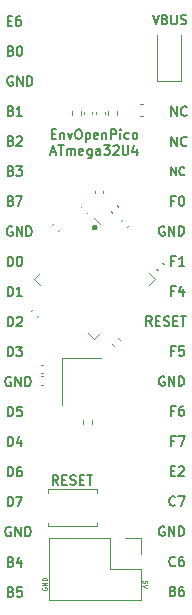
<source format=gto>
G04 #@! TF.GenerationSoftware,KiCad,Pcbnew,(5.1.10)-1*
G04 #@! TF.CreationDate,2021-09-15T22:42:09+01:00*
G04 #@! TF.ProjectId,32u4-Pico,33327534-2d50-4696-936f-2e6b69636164,REV1*
G04 #@! TF.SameCoordinates,Original*
G04 #@! TF.FileFunction,Legend,Top*
G04 #@! TF.FilePolarity,Positive*
%FSLAX46Y46*%
G04 Gerber Fmt 4.6, Leading zero omitted, Abs format (unit mm)*
G04 Created by KiCad (PCBNEW (5.1.10)-1) date 2021-09-15 22:42:09*
%MOMM*%
%LPD*%
G01*
G04 APERTURE LIST*
%ADD10C,0.100000*%
%ADD11C,0.153000*%
%ADD12C,0.500000*%
%ADD13C,0.120000*%
%ADD14O,1.802000X1.802000*%
%ADD15C,1.802000*%
%ADD16C,0.752000*%
G04 APERTURE END LIST*
D10*
X108059047Y-106298809D02*
X108059047Y-106108333D01*
X107868571Y-106089285D01*
X107887619Y-106108333D01*
X107906666Y-106146428D01*
X107906666Y-106241666D01*
X107887619Y-106279761D01*
X107868571Y-106298809D01*
X107830476Y-106317857D01*
X107735238Y-106317857D01*
X107697142Y-106298809D01*
X107678095Y-106279761D01*
X107659047Y-106241666D01*
X107659047Y-106146428D01*
X107678095Y-106108333D01*
X107697142Y-106089285D01*
X108059047Y-106432142D02*
X107659047Y-106565476D01*
X108059047Y-106698809D01*
X99190000Y-106679761D02*
X99170952Y-106717857D01*
X99170952Y-106775000D01*
X99190000Y-106832142D01*
X99228095Y-106870238D01*
X99266190Y-106889285D01*
X99342380Y-106908333D01*
X99399523Y-106908333D01*
X99475714Y-106889285D01*
X99513809Y-106870238D01*
X99551904Y-106832142D01*
X99570952Y-106775000D01*
X99570952Y-106736904D01*
X99551904Y-106679761D01*
X99532857Y-106660714D01*
X99399523Y-106660714D01*
X99399523Y-106736904D01*
X99570952Y-106489285D02*
X99170952Y-106489285D01*
X99570952Y-106260714D01*
X99170952Y-106260714D01*
X99570952Y-106070238D02*
X99170952Y-106070238D01*
X99170952Y-105975000D01*
X99190000Y-105917857D01*
X99228095Y-105879761D01*
X99266190Y-105860714D01*
X99342380Y-105841666D01*
X99399523Y-105841666D01*
X99475714Y-105860714D01*
X99513809Y-105879761D01*
X99551904Y-105917857D01*
X99570952Y-105975000D01*
X99570952Y-106070238D01*
D11*
X100526595Y-97966904D02*
X100259928Y-97585952D01*
X100069452Y-97966904D02*
X100069452Y-97166904D01*
X100374214Y-97166904D01*
X100450404Y-97205000D01*
X100488500Y-97243095D01*
X100526595Y-97319285D01*
X100526595Y-97433571D01*
X100488500Y-97509761D01*
X100450404Y-97547857D01*
X100374214Y-97585952D01*
X100069452Y-97585952D01*
X100869452Y-97547857D02*
X101136119Y-97547857D01*
X101250404Y-97966904D02*
X100869452Y-97966904D01*
X100869452Y-97166904D01*
X101250404Y-97166904D01*
X101555166Y-97928809D02*
X101669452Y-97966904D01*
X101859928Y-97966904D01*
X101936119Y-97928809D01*
X101974214Y-97890714D01*
X102012309Y-97814523D01*
X102012309Y-97738333D01*
X101974214Y-97662142D01*
X101936119Y-97624047D01*
X101859928Y-97585952D01*
X101707547Y-97547857D01*
X101631357Y-97509761D01*
X101593261Y-97471666D01*
X101555166Y-97395476D01*
X101555166Y-97319285D01*
X101593261Y-97243095D01*
X101631357Y-97205000D01*
X101707547Y-97166904D01*
X101898023Y-97166904D01*
X102012309Y-97205000D01*
X102355166Y-97547857D02*
X102621833Y-97547857D01*
X102736119Y-97966904D02*
X102355166Y-97966904D01*
X102355166Y-97166904D01*
X102736119Y-97166904D01*
X102964690Y-97166904D02*
X103421833Y-97166904D01*
X103193261Y-97966904D02*
X103193261Y-97166904D01*
X110115809Y-66736904D02*
X110115809Y-65936904D01*
X110572952Y-66736904D01*
X110572952Y-65936904D01*
X111411047Y-66660714D02*
X111372952Y-66698809D01*
X111258666Y-66736904D01*
X111182476Y-66736904D01*
X111068190Y-66698809D01*
X110992000Y-66622619D01*
X110953904Y-66546428D01*
X110915809Y-66394047D01*
X110915809Y-66279761D01*
X110953904Y-66127380D01*
X110992000Y-66051190D01*
X111068190Y-65975000D01*
X111182476Y-65936904D01*
X111258666Y-65936904D01*
X111372952Y-65975000D01*
X111411047Y-66013095D01*
X108523333Y-58186904D02*
X108790000Y-58986904D01*
X109056666Y-58186904D01*
X109590000Y-58567857D02*
X109704285Y-58605952D01*
X109742380Y-58644047D01*
X109780476Y-58720238D01*
X109780476Y-58834523D01*
X109742380Y-58910714D01*
X109704285Y-58948809D01*
X109628095Y-58986904D01*
X109323333Y-58986904D01*
X109323333Y-58186904D01*
X109590000Y-58186904D01*
X109666190Y-58225000D01*
X109704285Y-58263095D01*
X109742380Y-58339285D01*
X109742380Y-58415476D01*
X109704285Y-58491666D01*
X109666190Y-58529761D01*
X109590000Y-58567857D01*
X109323333Y-58567857D01*
X110123333Y-58186904D02*
X110123333Y-58834523D01*
X110161428Y-58910714D01*
X110199523Y-58948809D01*
X110275714Y-58986904D01*
X110428095Y-58986904D01*
X110504285Y-58948809D01*
X110542380Y-58910714D01*
X110580476Y-58834523D01*
X110580476Y-58186904D01*
X110923333Y-58948809D02*
X111037619Y-58986904D01*
X111228095Y-58986904D01*
X111304285Y-58948809D01*
X111342380Y-58910714D01*
X111380476Y-58834523D01*
X111380476Y-58758333D01*
X111342380Y-58682142D01*
X111304285Y-58644047D01*
X111228095Y-58605952D01*
X111075714Y-58567857D01*
X110999523Y-58529761D01*
X110961428Y-58491666D01*
X110923333Y-58415476D01*
X110923333Y-58339285D01*
X110961428Y-58263095D01*
X110999523Y-58225000D01*
X111075714Y-58186904D01*
X111266190Y-58186904D01*
X111380476Y-58225000D01*
X110115809Y-69286904D02*
X110115809Y-68486904D01*
X110572952Y-69286904D01*
X110572952Y-68486904D01*
X111411047Y-69210714D02*
X111372952Y-69248809D01*
X111258666Y-69286904D01*
X111182476Y-69286904D01*
X111068190Y-69248809D01*
X110992000Y-69172619D01*
X110953904Y-69096428D01*
X110915809Y-68944047D01*
X110915809Y-68829761D01*
X110953904Y-68677380D01*
X110992000Y-68601190D01*
X111068190Y-68525000D01*
X111182476Y-68486904D01*
X111258666Y-68486904D01*
X111372952Y-68525000D01*
X111411047Y-68563095D01*
X110092000Y-71765666D02*
X110092000Y-71065666D01*
X110492000Y-71765666D01*
X110492000Y-71065666D01*
X111225333Y-71699000D02*
X111192000Y-71732333D01*
X111092000Y-71765666D01*
X111025333Y-71765666D01*
X110925333Y-71732333D01*
X110858666Y-71665666D01*
X110825333Y-71599000D01*
X110792000Y-71465666D01*
X110792000Y-71365666D01*
X110825333Y-71232333D01*
X110858666Y-71165666D01*
X110925333Y-71099000D01*
X111025333Y-71065666D01*
X111092000Y-71065666D01*
X111192000Y-71099000D01*
X111225333Y-71132333D01*
X108464095Y-84501189D02*
X108197428Y-84120237D01*
X108006952Y-84501189D02*
X108006952Y-83701189D01*
X108311714Y-83701189D01*
X108387904Y-83739285D01*
X108426000Y-83777380D01*
X108464095Y-83853570D01*
X108464095Y-83967856D01*
X108426000Y-84044046D01*
X108387904Y-84082142D01*
X108311714Y-84120237D01*
X108006952Y-84120237D01*
X108806952Y-84082142D02*
X109073619Y-84082142D01*
X109187904Y-84501189D02*
X108806952Y-84501189D01*
X108806952Y-83701189D01*
X109187904Y-83701189D01*
X109492666Y-84463094D02*
X109606952Y-84501189D01*
X109797428Y-84501189D01*
X109873619Y-84463094D01*
X109911714Y-84424999D01*
X109949809Y-84348808D01*
X109949809Y-84272618D01*
X109911714Y-84196427D01*
X109873619Y-84158332D01*
X109797428Y-84120237D01*
X109645047Y-84082142D01*
X109568857Y-84044046D01*
X109530761Y-84005951D01*
X109492666Y-83929761D01*
X109492666Y-83853570D01*
X109530761Y-83777380D01*
X109568857Y-83739285D01*
X109645047Y-83701189D01*
X109835523Y-83701189D01*
X109949809Y-83739285D01*
X110292666Y-84082142D02*
X110559333Y-84082142D01*
X110673619Y-84501189D02*
X110292666Y-84501189D01*
X110292666Y-83701189D01*
X110673619Y-83701189D01*
X110902190Y-83701189D02*
X111359333Y-83701189D01*
X111130761Y-84501189D02*
X111130761Y-83701189D01*
X109530476Y-101539284D02*
X109454285Y-101501188D01*
X109340000Y-101501188D01*
X109225714Y-101539284D01*
X109149523Y-101615474D01*
X109111428Y-101691664D01*
X109073333Y-101844045D01*
X109073333Y-101958331D01*
X109111428Y-102110712D01*
X109149523Y-102186903D01*
X109225714Y-102263093D01*
X109340000Y-102301188D01*
X109416190Y-102301188D01*
X109530476Y-102263093D01*
X109568571Y-102224998D01*
X109568571Y-101958331D01*
X109416190Y-101958331D01*
X109911428Y-102301188D02*
X109911428Y-101501188D01*
X110368571Y-102301188D01*
X110368571Y-101501188D01*
X110749523Y-102301188D02*
X110749523Y-101501188D01*
X110940000Y-101501188D01*
X111054285Y-101539284D01*
X111130476Y-101615474D01*
X111168571Y-101691664D01*
X111206666Y-101844045D01*
X111206666Y-101958331D01*
X111168571Y-102110712D01*
X111130476Y-102186903D01*
X111054285Y-102263093D01*
X110940000Y-102301188D01*
X110749523Y-102301188D01*
X109530476Y-88824999D02*
X109454285Y-88786903D01*
X109340000Y-88786903D01*
X109225714Y-88824999D01*
X109149523Y-88901189D01*
X109111428Y-88977379D01*
X109073333Y-89129760D01*
X109073333Y-89244046D01*
X109111428Y-89396427D01*
X109149523Y-89472618D01*
X109225714Y-89548808D01*
X109340000Y-89586903D01*
X109416190Y-89586903D01*
X109530476Y-89548808D01*
X109568571Y-89510713D01*
X109568571Y-89244046D01*
X109416190Y-89244046D01*
X109911428Y-89586903D02*
X109911428Y-88786903D01*
X110368571Y-89586903D01*
X110368571Y-88786903D01*
X110749523Y-89586903D02*
X110749523Y-88786903D01*
X110940000Y-88786903D01*
X111054285Y-88824999D01*
X111130476Y-88901189D01*
X111168571Y-88977379D01*
X111206666Y-89129760D01*
X111206666Y-89244046D01*
X111168571Y-89396427D01*
X111130476Y-89472618D01*
X111054285Y-89548808D01*
X110940000Y-89586903D01*
X110749523Y-89586903D01*
X109530476Y-76110714D02*
X109454285Y-76072618D01*
X109340000Y-76072618D01*
X109225714Y-76110714D01*
X109149523Y-76186904D01*
X109111428Y-76263094D01*
X109073333Y-76415475D01*
X109073333Y-76529761D01*
X109111428Y-76682142D01*
X109149523Y-76758333D01*
X109225714Y-76834523D01*
X109340000Y-76872618D01*
X109416190Y-76872618D01*
X109530476Y-76834523D01*
X109568571Y-76796428D01*
X109568571Y-76529761D01*
X109416190Y-76529761D01*
X109911428Y-76872618D02*
X109911428Y-76072618D01*
X110368571Y-76872618D01*
X110368571Y-76072618D01*
X110749523Y-76872618D02*
X110749523Y-76072618D01*
X110940000Y-76072618D01*
X111054285Y-76110714D01*
X111130476Y-76186904D01*
X111168571Y-76263094D01*
X111206666Y-76415475D01*
X111206666Y-76529761D01*
X111168571Y-76682142D01*
X111130476Y-76758333D01*
X111054285Y-76834523D01*
X110940000Y-76872618D01*
X110749523Y-76872618D01*
X96680476Y-63414472D02*
X96604285Y-63376376D01*
X96490000Y-63376376D01*
X96375714Y-63414472D01*
X96299523Y-63490662D01*
X96261428Y-63566852D01*
X96223333Y-63719233D01*
X96223333Y-63833519D01*
X96261428Y-63985900D01*
X96299523Y-64062091D01*
X96375714Y-64138281D01*
X96490000Y-64176376D01*
X96566190Y-64176376D01*
X96680476Y-64138281D01*
X96718571Y-64100186D01*
X96718571Y-63833519D01*
X96566190Y-63833519D01*
X97061428Y-64176376D02*
X97061428Y-63376376D01*
X97518571Y-64176376D01*
X97518571Y-63376376D01*
X97899523Y-64176376D02*
X97899523Y-63376376D01*
X98090000Y-63376376D01*
X98204285Y-63414472D01*
X98280476Y-63490662D01*
X98318571Y-63566852D01*
X98356666Y-63719233D01*
X98356666Y-63833519D01*
X98318571Y-63985900D01*
X98280476Y-64062091D01*
X98204285Y-64138281D01*
X98090000Y-64176376D01*
X97899523Y-64176376D01*
X96630476Y-76138152D02*
X96554285Y-76100056D01*
X96440000Y-76100056D01*
X96325714Y-76138152D01*
X96249523Y-76214342D01*
X96211428Y-76290532D01*
X96173333Y-76442913D01*
X96173333Y-76557199D01*
X96211428Y-76709580D01*
X96249523Y-76785771D01*
X96325714Y-76861961D01*
X96440000Y-76900056D01*
X96516190Y-76900056D01*
X96630476Y-76861961D01*
X96668571Y-76823866D01*
X96668571Y-76557199D01*
X96516190Y-76557199D01*
X97011428Y-76900056D02*
X97011428Y-76100056D01*
X97468571Y-76900056D01*
X97468571Y-76100056D01*
X97849523Y-76900056D02*
X97849523Y-76100056D01*
X98040000Y-76100056D01*
X98154285Y-76138152D01*
X98230476Y-76214342D01*
X98268571Y-76290532D01*
X98306666Y-76442913D01*
X98306666Y-76557199D01*
X98268571Y-76709580D01*
X98230476Y-76785771D01*
X98154285Y-76861961D01*
X98040000Y-76900056D01*
X97849523Y-76900056D01*
X96530476Y-88861832D02*
X96454285Y-88823736D01*
X96340000Y-88823736D01*
X96225714Y-88861832D01*
X96149523Y-88938022D01*
X96111428Y-89014212D01*
X96073333Y-89166593D01*
X96073333Y-89280879D01*
X96111428Y-89433260D01*
X96149523Y-89509451D01*
X96225714Y-89585641D01*
X96340000Y-89623736D01*
X96416190Y-89623736D01*
X96530476Y-89585641D01*
X96568571Y-89547546D01*
X96568571Y-89280879D01*
X96416190Y-89280879D01*
X96911428Y-89623736D02*
X96911428Y-88823736D01*
X97368571Y-89623736D01*
X97368571Y-88823736D01*
X97749523Y-89623736D02*
X97749523Y-88823736D01*
X97940000Y-88823736D01*
X98054285Y-88861832D01*
X98130476Y-88938022D01*
X98168571Y-89014212D01*
X98206666Y-89166593D01*
X98206666Y-89280879D01*
X98168571Y-89433260D01*
X98130476Y-89509451D01*
X98054285Y-89585641D01*
X97940000Y-89623736D01*
X97749523Y-89623736D01*
X96530476Y-101585512D02*
X96454285Y-101547416D01*
X96340000Y-101547416D01*
X96225714Y-101585512D01*
X96149523Y-101661702D01*
X96111428Y-101737892D01*
X96073333Y-101890273D01*
X96073333Y-102004559D01*
X96111428Y-102156940D01*
X96149523Y-102233131D01*
X96225714Y-102309321D01*
X96340000Y-102347416D01*
X96416190Y-102347416D01*
X96530476Y-102309321D01*
X96568571Y-102271226D01*
X96568571Y-102004559D01*
X96416190Y-102004559D01*
X96911428Y-102347416D02*
X96911428Y-101547416D01*
X97368571Y-102347416D01*
X97368571Y-101547416D01*
X97749523Y-102347416D02*
X97749523Y-101547416D01*
X97940000Y-101547416D01*
X98054285Y-101585512D01*
X98130476Y-101661702D01*
X98168571Y-101737892D01*
X98206666Y-101890273D01*
X98206666Y-102004559D01*
X98168571Y-102156940D01*
X98130476Y-102233131D01*
X98054285Y-102309321D01*
X97940000Y-102347416D01*
X97749523Y-102347416D01*
X96249524Y-58667857D02*
X96516190Y-58667857D01*
X96630476Y-59086904D02*
X96249524Y-59086904D01*
X96249524Y-58286904D01*
X96630476Y-58286904D01*
X97316190Y-58286904D02*
X97163809Y-58286904D01*
X97087619Y-58325000D01*
X97049524Y-58363095D01*
X96973333Y-58477380D01*
X96935238Y-58629761D01*
X96935238Y-58934523D01*
X96973333Y-59010714D01*
X97011428Y-59048809D01*
X97087619Y-59086904D01*
X97240000Y-59086904D01*
X97316190Y-59048809D01*
X97354285Y-59010714D01*
X97392381Y-58934523D01*
X97392381Y-58744047D01*
X97354285Y-58667857D01*
X97316190Y-58629761D01*
X97240000Y-58591666D01*
X97087619Y-58591666D01*
X97011428Y-58629761D01*
X96973333Y-58667857D01*
X96935238Y-58744047D01*
X96516190Y-61212593D02*
X96630476Y-61250688D01*
X96668571Y-61288783D01*
X96706666Y-61364974D01*
X96706666Y-61479259D01*
X96668571Y-61555450D01*
X96630476Y-61593545D01*
X96554285Y-61631640D01*
X96249523Y-61631640D01*
X96249523Y-60831640D01*
X96516190Y-60831640D01*
X96592380Y-60869736D01*
X96630476Y-60907831D01*
X96668571Y-60984021D01*
X96668571Y-61060212D01*
X96630476Y-61136402D01*
X96592380Y-61174497D01*
X96516190Y-61212593D01*
X96249523Y-61212593D01*
X97201904Y-60831640D02*
X97278095Y-60831640D01*
X97354285Y-60869736D01*
X97392380Y-60907831D01*
X97430476Y-60984021D01*
X97468571Y-61136402D01*
X97468571Y-61326878D01*
X97430476Y-61479259D01*
X97392380Y-61555450D01*
X97354285Y-61593545D01*
X97278095Y-61631640D01*
X97201904Y-61631640D01*
X97125714Y-61593545D01*
X97087619Y-61555450D01*
X97049523Y-61479259D01*
X97011428Y-61326878D01*
X97011428Y-61136402D01*
X97049523Y-60984021D01*
X97087619Y-60907831D01*
X97125714Y-60869736D01*
X97201904Y-60831640D01*
X96516190Y-66302065D02*
X96630476Y-66340160D01*
X96668571Y-66378255D01*
X96706666Y-66454446D01*
X96706666Y-66568731D01*
X96668571Y-66644922D01*
X96630476Y-66683017D01*
X96554285Y-66721112D01*
X96249523Y-66721112D01*
X96249523Y-65921112D01*
X96516190Y-65921112D01*
X96592380Y-65959208D01*
X96630476Y-65997303D01*
X96668571Y-66073493D01*
X96668571Y-66149684D01*
X96630476Y-66225874D01*
X96592380Y-66263969D01*
X96516190Y-66302065D01*
X96249523Y-66302065D01*
X97468571Y-66721112D02*
X97011428Y-66721112D01*
X97240000Y-66721112D02*
X97240000Y-65921112D01*
X97163809Y-66035398D01*
X97087619Y-66111588D01*
X97011428Y-66149684D01*
X96516190Y-68846801D02*
X96630476Y-68884896D01*
X96668571Y-68922991D01*
X96706666Y-68999182D01*
X96706666Y-69113467D01*
X96668571Y-69189658D01*
X96630476Y-69227753D01*
X96554285Y-69265848D01*
X96249523Y-69265848D01*
X96249523Y-68465848D01*
X96516190Y-68465848D01*
X96592380Y-68503944D01*
X96630476Y-68542039D01*
X96668571Y-68618229D01*
X96668571Y-68694420D01*
X96630476Y-68770610D01*
X96592380Y-68808705D01*
X96516190Y-68846801D01*
X96249523Y-68846801D01*
X97011428Y-68542039D02*
X97049523Y-68503944D01*
X97125714Y-68465848D01*
X97316190Y-68465848D01*
X97392380Y-68503944D01*
X97430476Y-68542039D01*
X97468571Y-68618229D01*
X97468571Y-68694420D01*
X97430476Y-68808705D01*
X96973333Y-69265848D01*
X97468571Y-69265848D01*
X96516190Y-71391537D02*
X96630476Y-71429632D01*
X96668571Y-71467727D01*
X96706666Y-71543918D01*
X96706666Y-71658203D01*
X96668571Y-71734394D01*
X96630476Y-71772489D01*
X96554285Y-71810584D01*
X96249523Y-71810584D01*
X96249523Y-71010584D01*
X96516190Y-71010584D01*
X96592380Y-71048680D01*
X96630476Y-71086775D01*
X96668571Y-71162965D01*
X96668571Y-71239156D01*
X96630476Y-71315346D01*
X96592380Y-71353441D01*
X96516190Y-71391537D01*
X96249523Y-71391537D01*
X96973333Y-71010584D02*
X97468571Y-71010584D01*
X97201904Y-71315346D01*
X97316190Y-71315346D01*
X97392380Y-71353441D01*
X97430476Y-71391537D01*
X97468571Y-71467727D01*
X97468571Y-71658203D01*
X97430476Y-71734394D01*
X97392380Y-71772489D01*
X97316190Y-71810584D01*
X97087619Y-71810584D01*
X97011428Y-71772489D01*
X96973333Y-71734394D01*
X96516190Y-73936273D02*
X96630476Y-73974368D01*
X96668571Y-74012463D01*
X96706666Y-74088654D01*
X96706666Y-74202939D01*
X96668571Y-74279130D01*
X96630476Y-74317225D01*
X96554285Y-74355320D01*
X96249523Y-74355320D01*
X96249523Y-73555320D01*
X96516190Y-73555320D01*
X96592380Y-73593416D01*
X96630476Y-73631511D01*
X96668571Y-73707701D01*
X96668571Y-73783892D01*
X96630476Y-73860082D01*
X96592380Y-73898177D01*
X96516190Y-73936273D01*
X96249523Y-73936273D01*
X96973333Y-73555320D02*
X97506666Y-73555320D01*
X97163809Y-74355320D01*
X96249523Y-79444792D02*
X96249523Y-78644792D01*
X96440000Y-78644792D01*
X96554285Y-78682888D01*
X96630476Y-78759078D01*
X96668571Y-78835268D01*
X96706666Y-78987649D01*
X96706666Y-79101935D01*
X96668571Y-79254316D01*
X96630476Y-79330507D01*
X96554285Y-79406697D01*
X96440000Y-79444792D01*
X96249523Y-79444792D01*
X97201904Y-78644792D02*
X97278095Y-78644792D01*
X97354285Y-78682888D01*
X97392380Y-78720983D01*
X97430476Y-78797173D01*
X97468571Y-78949554D01*
X97468571Y-79140030D01*
X97430476Y-79292411D01*
X97392380Y-79368602D01*
X97354285Y-79406697D01*
X97278095Y-79444792D01*
X97201904Y-79444792D01*
X97125714Y-79406697D01*
X97087619Y-79368602D01*
X97049523Y-79292411D01*
X97011428Y-79140030D01*
X97011428Y-78949554D01*
X97049523Y-78797173D01*
X97087619Y-78720983D01*
X97125714Y-78682888D01*
X97201904Y-78644792D01*
X96249523Y-81989528D02*
X96249523Y-81189528D01*
X96440000Y-81189528D01*
X96554285Y-81227624D01*
X96630476Y-81303814D01*
X96668571Y-81380004D01*
X96706666Y-81532385D01*
X96706666Y-81646671D01*
X96668571Y-81799052D01*
X96630476Y-81875243D01*
X96554285Y-81951433D01*
X96440000Y-81989528D01*
X96249523Y-81989528D01*
X97468571Y-81989528D02*
X97011428Y-81989528D01*
X97240000Y-81989528D02*
X97240000Y-81189528D01*
X97163809Y-81303814D01*
X97087619Y-81380004D01*
X97011428Y-81418100D01*
X96249523Y-84534264D02*
X96249523Y-83734264D01*
X96440000Y-83734264D01*
X96554285Y-83772360D01*
X96630476Y-83848550D01*
X96668571Y-83924740D01*
X96706666Y-84077121D01*
X96706666Y-84191407D01*
X96668571Y-84343788D01*
X96630476Y-84419979D01*
X96554285Y-84496169D01*
X96440000Y-84534264D01*
X96249523Y-84534264D01*
X97011428Y-83810455D02*
X97049523Y-83772360D01*
X97125714Y-83734264D01*
X97316190Y-83734264D01*
X97392380Y-83772360D01*
X97430476Y-83810455D01*
X97468571Y-83886645D01*
X97468571Y-83962836D01*
X97430476Y-84077121D01*
X96973333Y-84534264D01*
X97468571Y-84534264D01*
X96249523Y-87079000D02*
X96249523Y-86279000D01*
X96440000Y-86279000D01*
X96554285Y-86317096D01*
X96630476Y-86393286D01*
X96668571Y-86469476D01*
X96706666Y-86621857D01*
X96706666Y-86736143D01*
X96668571Y-86888524D01*
X96630476Y-86964715D01*
X96554285Y-87040905D01*
X96440000Y-87079000D01*
X96249523Y-87079000D01*
X96973333Y-86279000D02*
X97468571Y-86279000D01*
X97201904Y-86583762D01*
X97316190Y-86583762D01*
X97392380Y-86621857D01*
X97430476Y-86659953D01*
X97468571Y-86736143D01*
X97468571Y-86926619D01*
X97430476Y-87002810D01*
X97392380Y-87040905D01*
X97316190Y-87079000D01*
X97087619Y-87079000D01*
X97011428Y-87040905D01*
X96973333Y-87002810D01*
X96249523Y-92168472D02*
X96249523Y-91368472D01*
X96440000Y-91368472D01*
X96554285Y-91406568D01*
X96630476Y-91482758D01*
X96668571Y-91558948D01*
X96706666Y-91711329D01*
X96706666Y-91825615D01*
X96668571Y-91977996D01*
X96630476Y-92054187D01*
X96554285Y-92130377D01*
X96440000Y-92168472D01*
X96249523Y-92168472D01*
X97430476Y-91368472D02*
X97049523Y-91368472D01*
X97011428Y-91749425D01*
X97049523Y-91711329D01*
X97125714Y-91673234D01*
X97316190Y-91673234D01*
X97392380Y-91711329D01*
X97430476Y-91749425D01*
X97468571Y-91825615D01*
X97468571Y-92016091D01*
X97430476Y-92092282D01*
X97392380Y-92130377D01*
X97316190Y-92168472D01*
X97125714Y-92168472D01*
X97049523Y-92130377D01*
X97011428Y-92092282D01*
X96249523Y-94713208D02*
X96249523Y-93913208D01*
X96440000Y-93913208D01*
X96554285Y-93951304D01*
X96630476Y-94027494D01*
X96668571Y-94103684D01*
X96706666Y-94256065D01*
X96706666Y-94370351D01*
X96668571Y-94522732D01*
X96630476Y-94598923D01*
X96554285Y-94675113D01*
X96440000Y-94713208D01*
X96249523Y-94713208D01*
X97392380Y-94179875D02*
X97392380Y-94713208D01*
X97201904Y-93875113D02*
X97011428Y-94446542D01*
X97506666Y-94446542D01*
X96249523Y-97257944D02*
X96249523Y-96457944D01*
X96440000Y-96457944D01*
X96554285Y-96496040D01*
X96630476Y-96572230D01*
X96668571Y-96648420D01*
X96706666Y-96800801D01*
X96706666Y-96915087D01*
X96668571Y-97067468D01*
X96630476Y-97143659D01*
X96554285Y-97219849D01*
X96440000Y-97257944D01*
X96249523Y-97257944D01*
X97392380Y-96457944D02*
X97240000Y-96457944D01*
X97163809Y-96496040D01*
X97125714Y-96534135D01*
X97049523Y-96648420D01*
X97011428Y-96800801D01*
X97011428Y-97105563D01*
X97049523Y-97181754D01*
X97087619Y-97219849D01*
X97163809Y-97257944D01*
X97316190Y-97257944D01*
X97392380Y-97219849D01*
X97430476Y-97181754D01*
X97468571Y-97105563D01*
X97468571Y-96915087D01*
X97430476Y-96838897D01*
X97392380Y-96800801D01*
X97316190Y-96762706D01*
X97163809Y-96762706D01*
X97087619Y-96800801D01*
X97049523Y-96838897D01*
X97011428Y-96915087D01*
X96249523Y-99802680D02*
X96249523Y-99002680D01*
X96440000Y-99002680D01*
X96554285Y-99040776D01*
X96630476Y-99116966D01*
X96668571Y-99193156D01*
X96706666Y-99345537D01*
X96706666Y-99459823D01*
X96668571Y-99612204D01*
X96630476Y-99688395D01*
X96554285Y-99764585D01*
X96440000Y-99802680D01*
X96249523Y-99802680D01*
X96973333Y-99002680D02*
X97506666Y-99002680D01*
X97163809Y-99802680D01*
X96516190Y-104473105D02*
X96630476Y-104511200D01*
X96668571Y-104549295D01*
X96706666Y-104625486D01*
X96706666Y-104739771D01*
X96668571Y-104815962D01*
X96630476Y-104854057D01*
X96554285Y-104892152D01*
X96249523Y-104892152D01*
X96249523Y-104092152D01*
X96516190Y-104092152D01*
X96592380Y-104130248D01*
X96630476Y-104168343D01*
X96668571Y-104244533D01*
X96668571Y-104320724D01*
X96630476Y-104396914D01*
X96592380Y-104435009D01*
X96516190Y-104473105D01*
X96249523Y-104473105D01*
X97392380Y-104358819D02*
X97392380Y-104892152D01*
X97201904Y-104054057D02*
X97011428Y-104625486D01*
X97506666Y-104625486D01*
X96516190Y-107017857D02*
X96630476Y-107055952D01*
X96668571Y-107094047D01*
X96706666Y-107170238D01*
X96706666Y-107284523D01*
X96668571Y-107360714D01*
X96630476Y-107398809D01*
X96554285Y-107436904D01*
X96249523Y-107436904D01*
X96249523Y-106636904D01*
X96516190Y-106636904D01*
X96592380Y-106675000D01*
X96630476Y-106713095D01*
X96668571Y-106789285D01*
X96668571Y-106865476D01*
X96630476Y-106941666D01*
X96592380Y-106979761D01*
X96516190Y-107017857D01*
X96249523Y-107017857D01*
X97430476Y-106636904D02*
X97049523Y-106636904D01*
X97011428Y-107017857D01*
X97049523Y-106979761D01*
X97125714Y-106941666D01*
X97316190Y-106941666D01*
X97392380Y-106979761D01*
X97430476Y-107017857D01*
X97468571Y-107094047D01*
X97468571Y-107284523D01*
X97430476Y-107360714D01*
X97392380Y-107398809D01*
X97316190Y-107436904D01*
X97125714Y-107436904D01*
X97049523Y-107398809D01*
X97011428Y-107360714D01*
X110254285Y-106967857D02*
X110368571Y-107005952D01*
X110406666Y-107044047D01*
X110444761Y-107120238D01*
X110444761Y-107234523D01*
X110406666Y-107310714D01*
X110368571Y-107348809D01*
X110292380Y-107386904D01*
X109987618Y-107386904D01*
X109987618Y-106586904D01*
X110254285Y-106586904D01*
X110330475Y-106625000D01*
X110368571Y-106663095D01*
X110406666Y-106739285D01*
X110406666Y-106815476D01*
X110368571Y-106891666D01*
X110330475Y-106929761D01*
X110254285Y-106967857D01*
X109987618Y-106967857D01*
X111130475Y-106586904D02*
X110978095Y-106586904D01*
X110901904Y-106625000D01*
X110863809Y-106663095D01*
X110787618Y-106777380D01*
X110749523Y-106929761D01*
X110749523Y-107234523D01*
X110787618Y-107310714D01*
X110825714Y-107348809D01*
X110901904Y-107386904D01*
X111054285Y-107386904D01*
X111130475Y-107348809D01*
X111168571Y-107310714D01*
X111206666Y-107234523D01*
X111206666Y-107044047D01*
X111168571Y-106967857D01*
X111130475Y-106929761D01*
X111054285Y-106891666D01*
X110901904Y-106891666D01*
X110825714Y-106929761D01*
X110787618Y-106967857D01*
X110749523Y-107044047D01*
X110444761Y-104767855D02*
X110406666Y-104805950D01*
X110292380Y-104844045D01*
X110216190Y-104844045D01*
X110101904Y-104805950D01*
X110025714Y-104729760D01*
X109987618Y-104653569D01*
X109949523Y-104501188D01*
X109949523Y-104386902D01*
X109987618Y-104234521D01*
X110025714Y-104158331D01*
X110101904Y-104082141D01*
X110216190Y-104044045D01*
X110292380Y-104044045D01*
X110406666Y-104082141D01*
X110444761Y-104120236D01*
X111130475Y-104044045D02*
X110978095Y-104044045D01*
X110901904Y-104082141D01*
X110863809Y-104120236D01*
X110787618Y-104234521D01*
X110749523Y-104386902D01*
X110749523Y-104691664D01*
X110787618Y-104767855D01*
X110825714Y-104805950D01*
X110901904Y-104844045D01*
X111054285Y-104844045D01*
X111130475Y-104805950D01*
X111168571Y-104767855D01*
X111206666Y-104691664D01*
X111206666Y-104501188D01*
X111168571Y-104424998D01*
X111130475Y-104386902D01*
X111054285Y-104348807D01*
X110901904Y-104348807D01*
X110825714Y-104386902D01*
X110787618Y-104424998D01*
X110749523Y-104501188D01*
X110444761Y-99682141D02*
X110406666Y-99720236D01*
X110292380Y-99758331D01*
X110216190Y-99758331D01*
X110101904Y-99720236D01*
X110025714Y-99644046D01*
X109987618Y-99567855D01*
X109949523Y-99415474D01*
X109949523Y-99301188D01*
X109987618Y-99148807D01*
X110025714Y-99072617D01*
X110101904Y-98996427D01*
X110216190Y-98958331D01*
X110292380Y-98958331D01*
X110406666Y-98996427D01*
X110444761Y-99034522D01*
X110711428Y-98958331D02*
X111244761Y-98958331D01*
X110901904Y-99758331D01*
X110063810Y-96796427D02*
X110330476Y-96796427D01*
X110444762Y-97215474D02*
X110063810Y-97215474D01*
X110063810Y-96415474D01*
X110444762Y-96415474D01*
X110749524Y-96491665D02*
X110787619Y-96453570D01*
X110863810Y-96415474D01*
X111054286Y-96415474D01*
X111130476Y-96453570D01*
X111168571Y-96491665D01*
X111206667Y-96567855D01*
X111206667Y-96644046D01*
X111168571Y-96758331D01*
X110711429Y-97215474D01*
X111206667Y-97215474D01*
X110368571Y-94253570D02*
X110101904Y-94253570D01*
X110101904Y-94672617D02*
X110101904Y-93872617D01*
X110482857Y-93872617D01*
X110711428Y-93872617D02*
X111244761Y-93872617D01*
X110901904Y-94672617D01*
X110368571Y-91710713D02*
X110101904Y-91710713D01*
X110101904Y-92129760D02*
X110101904Y-91329760D01*
X110482857Y-91329760D01*
X111130476Y-91329760D02*
X110978095Y-91329760D01*
X110901904Y-91367856D01*
X110863809Y-91405951D01*
X110787618Y-91520236D01*
X110749523Y-91672617D01*
X110749523Y-91977379D01*
X110787618Y-92053570D01*
X110825714Y-92091665D01*
X110901904Y-92129760D01*
X111054285Y-92129760D01*
X111130476Y-92091665D01*
X111168571Y-92053570D01*
X111206666Y-91977379D01*
X111206666Y-91786903D01*
X111168571Y-91710713D01*
X111130476Y-91672617D01*
X111054285Y-91634522D01*
X110901904Y-91634522D01*
X110825714Y-91672617D01*
X110787618Y-91710713D01*
X110749523Y-91786903D01*
X110368571Y-86624999D02*
X110101904Y-86624999D01*
X110101904Y-87044046D02*
X110101904Y-86244046D01*
X110482857Y-86244046D01*
X111168571Y-86244046D02*
X110787618Y-86244046D01*
X110749523Y-86624999D01*
X110787618Y-86586903D01*
X110863809Y-86548808D01*
X111054285Y-86548808D01*
X111130476Y-86586903D01*
X111168571Y-86624999D01*
X111206666Y-86701189D01*
X111206666Y-86891665D01*
X111168571Y-86967856D01*
X111130476Y-87005951D01*
X111054285Y-87044046D01*
X110863809Y-87044046D01*
X110787618Y-87005951D01*
X110749523Y-86967856D01*
X110368571Y-81539285D02*
X110101904Y-81539285D01*
X110101904Y-81958332D02*
X110101904Y-81158332D01*
X110482857Y-81158332D01*
X111130476Y-81424999D02*
X111130476Y-81958332D01*
X110939999Y-81120237D02*
X110749523Y-81691666D01*
X111244761Y-81691666D01*
X110368571Y-78996428D02*
X110101904Y-78996428D01*
X110101904Y-79415475D02*
X110101904Y-78615475D01*
X110482857Y-78615475D01*
X111206666Y-79415475D02*
X110749523Y-79415475D01*
X110978095Y-79415475D02*
X110978095Y-78615475D01*
X110901904Y-78729761D01*
X110825714Y-78805951D01*
X110749523Y-78844047D01*
X110368571Y-73910714D02*
X110101904Y-73910714D01*
X110101904Y-74329761D02*
X110101904Y-73529761D01*
X110482857Y-73529761D01*
X110939999Y-73529761D02*
X111016190Y-73529761D01*
X111092380Y-73567857D01*
X111130476Y-73605952D01*
X111168571Y-73682142D01*
X111206666Y-73834523D01*
X111206666Y-74024999D01*
X111168571Y-74177380D01*
X111130476Y-74253571D01*
X111092380Y-74291666D01*
X111016190Y-74329761D01*
X110939999Y-74329761D01*
X110863809Y-74291666D01*
X110825714Y-74253571D01*
X110787618Y-74177380D01*
X110749523Y-74024999D01*
X110749523Y-73834523D01*
X110787618Y-73682142D01*
X110825714Y-73605952D01*
X110863809Y-73567857D01*
X110939999Y-73529761D01*
D12*
X103631891Y-76180000D02*
G75*
G03*
X103631891Y-76180000I-41891J0D01*
G01*
D11*
X99970952Y-68271357D02*
X100237619Y-68271357D01*
X100351904Y-68690404D02*
X99970952Y-68690404D01*
X99970952Y-67890404D01*
X100351904Y-67890404D01*
X100694761Y-68157071D02*
X100694761Y-68690404D01*
X100694761Y-68233261D02*
X100732857Y-68195166D01*
X100809047Y-68157071D01*
X100923333Y-68157071D01*
X100999523Y-68195166D01*
X101037619Y-68271357D01*
X101037619Y-68690404D01*
X101342380Y-68157071D02*
X101532857Y-68690404D01*
X101723333Y-68157071D01*
X102180476Y-67890404D02*
X102332857Y-67890404D01*
X102409047Y-67928500D01*
X102485238Y-68004690D01*
X102523333Y-68157071D01*
X102523333Y-68423738D01*
X102485238Y-68576119D01*
X102409047Y-68652309D01*
X102332857Y-68690404D01*
X102180476Y-68690404D01*
X102104285Y-68652309D01*
X102028095Y-68576119D01*
X101990000Y-68423738D01*
X101990000Y-68157071D01*
X102028095Y-68004690D01*
X102104285Y-67928500D01*
X102180476Y-67890404D01*
X102866190Y-68157071D02*
X102866190Y-68957071D01*
X102866190Y-68195166D02*
X102942380Y-68157071D01*
X103094761Y-68157071D01*
X103170952Y-68195166D01*
X103209047Y-68233261D01*
X103247142Y-68309452D01*
X103247142Y-68538023D01*
X103209047Y-68614214D01*
X103170952Y-68652309D01*
X103094761Y-68690404D01*
X102942380Y-68690404D01*
X102866190Y-68652309D01*
X103894761Y-68652309D02*
X103818571Y-68690404D01*
X103666190Y-68690404D01*
X103590000Y-68652309D01*
X103551904Y-68576119D01*
X103551904Y-68271357D01*
X103590000Y-68195166D01*
X103666190Y-68157071D01*
X103818571Y-68157071D01*
X103894761Y-68195166D01*
X103932857Y-68271357D01*
X103932857Y-68347547D01*
X103551904Y-68423738D01*
X104275714Y-68157071D02*
X104275714Y-68690404D01*
X104275714Y-68233261D02*
X104313809Y-68195166D01*
X104390000Y-68157071D01*
X104504285Y-68157071D01*
X104580476Y-68195166D01*
X104618571Y-68271357D01*
X104618571Y-68690404D01*
X104999523Y-68690404D02*
X104999523Y-67890404D01*
X105304285Y-67890404D01*
X105380476Y-67928500D01*
X105418571Y-67966595D01*
X105456666Y-68042785D01*
X105456666Y-68157071D01*
X105418571Y-68233261D01*
X105380476Y-68271357D01*
X105304285Y-68309452D01*
X104999523Y-68309452D01*
X105799523Y-68690404D02*
X105799523Y-68157071D01*
X105799523Y-67890404D02*
X105761428Y-67928500D01*
X105799523Y-67966595D01*
X105837619Y-67928500D01*
X105799523Y-67890404D01*
X105799523Y-67966595D01*
X106523333Y-68652309D02*
X106447142Y-68690404D01*
X106294761Y-68690404D01*
X106218571Y-68652309D01*
X106180476Y-68614214D01*
X106142380Y-68538023D01*
X106142380Y-68309452D01*
X106180476Y-68233261D01*
X106218571Y-68195166D01*
X106294761Y-68157071D01*
X106447142Y-68157071D01*
X106523333Y-68195166D01*
X106980476Y-68690404D02*
X106904285Y-68652309D01*
X106866190Y-68614214D01*
X106828095Y-68538023D01*
X106828095Y-68309452D01*
X106866190Y-68233261D01*
X106904285Y-68195166D01*
X106980476Y-68157071D01*
X107094761Y-68157071D01*
X107170952Y-68195166D01*
X107209047Y-68233261D01*
X107247142Y-68309452D01*
X107247142Y-68538023D01*
X107209047Y-68614214D01*
X107170952Y-68652309D01*
X107094761Y-68690404D01*
X106980476Y-68690404D01*
X99932857Y-69814833D02*
X100313809Y-69814833D01*
X99856666Y-70043404D02*
X100123333Y-69243404D01*
X100390000Y-70043404D01*
X100542380Y-69243404D02*
X100999523Y-69243404D01*
X100770952Y-70043404D02*
X100770952Y-69243404D01*
X101266190Y-70043404D02*
X101266190Y-69510071D01*
X101266190Y-69586261D02*
X101304285Y-69548166D01*
X101380476Y-69510071D01*
X101494761Y-69510071D01*
X101570952Y-69548166D01*
X101609047Y-69624357D01*
X101609047Y-70043404D01*
X101609047Y-69624357D02*
X101647142Y-69548166D01*
X101723333Y-69510071D01*
X101837619Y-69510071D01*
X101913809Y-69548166D01*
X101951904Y-69624357D01*
X101951904Y-70043404D01*
X102637619Y-70005309D02*
X102561428Y-70043404D01*
X102409047Y-70043404D01*
X102332857Y-70005309D01*
X102294761Y-69929119D01*
X102294761Y-69624357D01*
X102332857Y-69548166D01*
X102409047Y-69510071D01*
X102561428Y-69510071D01*
X102637619Y-69548166D01*
X102675714Y-69624357D01*
X102675714Y-69700547D01*
X102294761Y-69776738D01*
X103361428Y-69510071D02*
X103361428Y-70157690D01*
X103323333Y-70233880D01*
X103285238Y-70271976D01*
X103209047Y-70310071D01*
X103094761Y-70310071D01*
X103018571Y-70271976D01*
X103361428Y-70005309D02*
X103285238Y-70043404D01*
X103132857Y-70043404D01*
X103056666Y-70005309D01*
X103018571Y-69967214D01*
X102980476Y-69891023D01*
X102980476Y-69662452D01*
X103018571Y-69586261D01*
X103056666Y-69548166D01*
X103132857Y-69510071D01*
X103285238Y-69510071D01*
X103361428Y-69548166D01*
X104085238Y-70043404D02*
X104085238Y-69624357D01*
X104047142Y-69548166D01*
X103970952Y-69510071D01*
X103818571Y-69510071D01*
X103742380Y-69548166D01*
X104085238Y-70005309D02*
X104009047Y-70043404D01*
X103818571Y-70043404D01*
X103742380Y-70005309D01*
X103704285Y-69929119D01*
X103704285Y-69852928D01*
X103742380Y-69776738D01*
X103818571Y-69738642D01*
X104009047Y-69738642D01*
X104085238Y-69700547D01*
X104390000Y-69243404D02*
X104885238Y-69243404D01*
X104618571Y-69548166D01*
X104732857Y-69548166D01*
X104809047Y-69586261D01*
X104847142Y-69624357D01*
X104885238Y-69700547D01*
X104885238Y-69891023D01*
X104847142Y-69967214D01*
X104809047Y-70005309D01*
X104732857Y-70043404D01*
X104504285Y-70043404D01*
X104428095Y-70005309D01*
X104390000Y-69967214D01*
X105190000Y-69319595D02*
X105228095Y-69281500D01*
X105304285Y-69243404D01*
X105494761Y-69243404D01*
X105570952Y-69281500D01*
X105609047Y-69319595D01*
X105647142Y-69395785D01*
X105647142Y-69471976D01*
X105609047Y-69586261D01*
X105151904Y-70043404D01*
X105647142Y-70043404D01*
X105990000Y-69243404D02*
X105990000Y-69891023D01*
X106028095Y-69967214D01*
X106066190Y-70005309D01*
X106142380Y-70043404D01*
X106294761Y-70043404D01*
X106370952Y-70005309D01*
X106409047Y-69967214D01*
X106447142Y-69891023D01*
X106447142Y-69243404D01*
X107170952Y-69510071D02*
X107170952Y-70043404D01*
X106980476Y-69205309D02*
X106790000Y-69776738D01*
X107285238Y-69776738D01*
D13*
X107520000Y-102495000D02*
X107520000Y-103825000D01*
X106190000Y-102495000D02*
X107520000Y-102495000D01*
X107520000Y-105095000D02*
X107520000Y-107695000D01*
X104920000Y-105095000D02*
X107520000Y-105095000D01*
X104920000Y-102495000D02*
X104920000Y-105095000D01*
X107520000Y-107695000D02*
X99780000Y-107695000D01*
X104920000Y-102495000D02*
X99780000Y-102495000D01*
X99780000Y-102495000D02*
X99780000Y-107695000D01*
X108940000Y-63755000D02*
X108940000Y-59855000D01*
X110940000Y-63755000D02*
X110940000Y-59855000D01*
X108940000Y-63755000D02*
X110940000Y-63755000D01*
X104130000Y-87255000D02*
X100830000Y-87255000D01*
X100830000Y-87255000D02*
X100830000Y-91255000D01*
X99042164Y-88775000D02*
X99257836Y-88775000D01*
X99042164Y-89495000D02*
X99257836Y-89495000D01*
X99042164Y-87795000D02*
X99257836Y-87795000D01*
X99042164Y-88515000D02*
X99257836Y-88515000D01*
X102642000Y-92506359D02*
X102642000Y-92813641D01*
X103402000Y-92506359D02*
X103402000Y-92813641D01*
X103822000Y-98327000D02*
X103822000Y-98627000D01*
X99682000Y-101467000D02*
X99682000Y-101167000D01*
X99682000Y-98627000D02*
X99682000Y-98327000D01*
X103822000Y-101467000D02*
X99682000Y-101467000D01*
X103822000Y-101167000D02*
X103822000Y-101467000D01*
X99682000Y-98327000D02*
X103822000Y-98327000D01*
X105635810Y-74433693D02*
X105483307Y-74281190D01*
X105126693Y-74942810D02*
X104974190Y-74790307D01*
X102940307Y-75000810D02*
X103092810Y-74848307D01*
X102431190Y-74491693D02*
X102583693Y-74339190D01*
X98392693Y-83067190D02*
X98240190Y-83219693D01*
X98901810Y-83576307D02*
X98749307Y-83728810D01*
X108824190Y-79662307D02*
X108976693Y-79814810D01*
X109333307Y-79153190D02*
X109485810Y-79305693D01*
X104360000Y-73272836D02*
X104360000Y-73057164D01*
X103640000Y-73272836D02*
X103640000Y-73057164D01*
X105095601Y-86046718D02*
X105248104Y-86199221D01*
X105604718Y-85537601D02*
X105757221Y-85690104D01*
X100522307Y-76452810D02*
X100674810Y-76300307D01*
X100013190Y-75943693D02*
X100165693Y-75791190D01*
X106360307Y-76112810D02*
X106512810Y-75960307D01*
X105851190Y-75603693D02*
X106003693Y-75451190D01*
X107745580Y-65729000D02*
X107464420Y-65729000D01*
X107745580Y-66749000D02*
X107464420Y-66749000D01*
X103759000Y-66383164D02*
X103759000Y-66598836D01*
X104479000Y-66383164D02*
X104479000Y-66598836D01*
X102440000Y-66638641D02*
X102440000Y-66331359D01*
X101680000Y-66638641D02*
X101680000Y-66331359D01*
X105530000Y-66648641D02*
X105530000Y-66341359D01*
X104770000Y-66648641D02*
X104770000Y-66341359D01*
X102694000Y-66376164D02*
X102694000Y-66591836D01*
X103414000Y-66376164D02*
X103414000Y-66591836D01*
X104102652Y-75932341D02*
X103590000Y-75419689D01*
X103590000Y-85630311D02*
X104102652Y-85117659D01*
X103077348Y-85117659D02*
X103590000Y-85630311D01*
X98484689Y-80525000D02*
X98997341Y-80012348D01*
X98997341Y-81037652D02*
X98484689Y-80525000D01*
X108695311Y-80525000D02*
X108182659Y-81037652D01*
X108182659Y-80012348D02*
X108695311Y-80525000D01*
%LPC*%
D14*
X101110000Y-106365000D03*
X101110000Y-103825000D03*
X103650000Y-106365000D03*
X103650000Y-103825000D03*
X106190000Y-106365000D03*
G36*
G01*
X105340000Y-102924000D02*
X107040000Y-102924000D01*
G75*
G02*
X107091000Y-102975000I0J-51000D01*
G01*
X107091000Y-104675000D01*
G75*
G02*
X107040000Y-104726000I-51000J0D01*
G01*
X105340000Y-104726000D01*
G75*
G02*
X105289000Y-104675000I0J51000D01*
G01*
X105289000Y-102975000D01*
G75*
G02*
X105340000Y-102924000I51000J0D01*
G01*
G37*
G36*
G01*
X110540000Y-60356000D02*
X109340000Y-60356000D01*
G75*
G02*
X109289000Y-60305000I0J51000D01*
G01*
X109289000Y-59405000D01*
G75*
G02*
X109340000Y-59354000I51000J0D01*
G01*
X110540000Y-59354000D01*
G75*
G02*
X110591000Y-59405000I0J-51000D01*
G01*
X110591000Y-60305000D01*
G75*
G02*
X110540000Y-60356000I-51000J0D01*
G01*
G37*
G36*
G01*
X110540000Y-63656000D02*
X109340000Y-63656000D01*
G75*
G02*
X109289000Y-63605000I0J51000D01*
G01*
X109289000Y-62705000D01*
G75*
G02*
X109340000Y-62654000I51000J0D01*
G01*
X110540000Y-62654000D01*
G75*
G02*
X110591000Y-62705000I0J-51000D01*
G01*
X110591000Y-63605000D01*
G75*
G02*
X110540000Y-63656000I-51000J0D01*
G01*
G37*
G36*
G01*
X102729999Y-87404000D02*
X103930001Y-87404000D01*
G75*
G02*
X103981000Y-87454999I0J-50999D01*
G01*
X103981000Y-88855001D01*
G75*
G02*
X103930001Y-88906000I-50999J0D01*
G01*
X102729999Y-88906000D01*
G75*
G02*
X102679000Y-88855001I0J50999D01*
G01*
X102679000Y-87454999D01*
G75*
G02*
X102729999Y-87404000I50999J0D01*
G01*
G37*
G36*
G01*
X102729999Y-89604000D02*
X103930001Y-89604000D01*
G75*
G02*
X103981000Y-89654999I0J-50999D01*
G01*
X103981000Y-91055001D01*
G75*
G02*
X103930001Y-91106000I-50999J0D01*
G01*
X102729999Y-91106000D01*
G75*
G02*
X102679000Y-91055001I0J50999D01*
G01*
X102679000Y-89654999D01*
G75*
G02*
X102729999Y-89604000I50999J0D01*
G01*
G37*
G36*
G01*
X101029999Y-89604000D02*
X102230001Y-89604000D01*
G75*
G02*
X102281000Y-89654999I0J-50999D01*
G01*
X102281000Y-91055001D01*
G75*
G02*
X102230001Y-91106000I-50999J0D01*
G01*
X101029999Y-91106000D01*
G75*
G02*
X100979000Y-91055001I0J50999D01*
G01*
X100979000Y-89654999D01*
G75*
G02*
X101029999Y-89604000I50999J0D01*
G01*
G37*
G36*
G01*
X101029999Y-87404000D02*
X102230001Y-87404000D01*
G75*
G02*
X102281000Y-87454999I0J-50999D01*
G01*
X102281000Y-88855001D01*
G75*
G02*
X102230001Y-88906000I-50999J0D01*
G01*
X101029999Y-88906000D01*
G75*
G02*
X100979000Y-88855001I0J50999D01*
G01*
X100979000Y-87454999D01*
G75*
G02*
X101029999Y-87404000I50999J0D01*
G01*
G37*
G36*
G01*
X99299000Y-89330500D02*
X99299000Y-88939500D01*
G75*
G02*
X99464500Y-88774000I165500J0D01*
G01*
X99795500Y-88774000D01*
G75*
G02*
X99961000Y-88939500I0J-165500D01*
G01*
X99961000Y-89330500D01*
G75*
G02*
X99795500Y-89496000I-165500J0D01*
G01*
X99464500Y-89496000D01*
G75*
G02*
X99299000Y-89330500I0J165500D01*
G01*
G37*
G36*
G01*
X98339000Y-89330500D02*
X98339000Y-88939500D01*
G75*
G02*
X98504500Y-88774000I165500J0D01*
G01*
X98835500Y-88774000D01*
G75*
G02*
X99001000Y-88939500I0J-165500D01*
G01*
X99001000Y-89330500D01*
G75*
G02*
X98835500Y-89496000I-165500J0D01*
G01*
X98504500Y-89496000D01*
G75*
G02*
X98339000Y-89330500I0J165500D01*
G01*
G37*
G36*
G01*
X99299000Y-88350500D02*
X99299000Y-87959500D01*
G75*
G02*
X99464500Y-87794000I165500J0D01*
G01*
X99795500Y-87794000D01*
G75*
G02*
X99961000Y-87959500I0J-165500D01*
G01*
X99961000Y-88350500D01*
G75*
G02*
X99795500Y-88516000I-165500J0D01*
G01*
X99464500Y-88516000D01*
G75*
G02*
X99299000Y-88350500I0J165500D01*
G01*
G37*
G36*
G01*
X98339000Y-88350500D02*
X98339000Y-87959500D01*
G75*
G02*
X98504500Y-87794000I165500J0D01*
G01*
X98835500Y-87794000D01*
G75*
G02*
X99001000Y-87959500I0J-165500D01*
G01*
X99001000Y-88350500D01*
G75*
G02*
X98835500Y-88516000I-165500J0D01*
G01*
X98504500Y-88516000D01*
G75*
G02*
X98339000Y-88350500I0J165500D01*
G01*
G37*
G36*
G01*
X102811500Y-92849000D02*
X103232500Y-92849000D01*
G75*
G02*
X103393000Y-93009500I0J-160500D01*
G01*
X103393000Y-93330500D01*
G75*
G02*
X103232500Y-93491000I-160500J0D01*
G01*
X102811500Y-93491000D01*
G75*
G02*
X102651000Y-93330500I0J160500D01*
G01*
X102651000Y-93009500D01*
G75*
G02*
X102811500Y-92849000I160500J0D01*
G01*
G37*
G36*
G01*
X102811500Y-91829000D02*
X103232500Y-91829000D01*
G75*
G02*
X103393000Y-91989500I0J-160500D01*
G01*
X103393000Y-92310500D01*
G75*
G02*
X103232500Y-92471000I-160500J0D01*
G01*
X102811500Y-92471000D01*
G75*
G02*
X102651000Y-92310500I0J160500D01*
G01*
X102651000Y-91989500D01*
G75*
G02*
X102811500Y-91829000I160500J0D01*
G01*
G37*
G36*
G01*
X99201000Y-100722500D02*
X99201000Y-99071500D01*
G75*
G02*
X99426500Y-98846000I225500J0D01*
G01*
X99877500Y-98846000D01*
G75*
G02*
X100103000Y-99071500I0J-225500D01*
G01*
X100103000Y-100722500D01*
G75*
G02*
X99877500Y-100948000I-225500J0D01*
G01*
X99426500Y-100948000D01*
G75*
G02*
X99201000Y-100722500I0J225500D01*
G01*
G37*
G36*
G01*
X103401000Y-100722500D02*
X103401000Y-99071500D01*
G75*
G02*
X103626500Y-98846000I225500J0D01*
G01*
X104077500Y-98846000D01*
G75*
G02*
X104303000Y-99071500I0J-225500D01*
G01*
X104303000Y-100722500D01*
G75*
G02*
X104077500Y-100948000I-225500J0D01*
G01*
X103626500Y-100948000D01*
G75*
G02*
X103401000Y-100722500I0J225500D01*
G01*
G37*
G36*
G01*
X105337881Y-74368402D02*
X105061402Y-74644881D01*
G75*
G02*
X104827350Y-74644881I-117026J117026D01*
G01*
X104593297Y-74410828D01*
G75*
G02*
X104593297Y-74176776I117026J117026D01*
G01*
X104869776Y-73900297D01*
G75*
G02*
X105103828Y-73900297I117026J-117026D01*
G01*
X105337881Y-74134350D01*
G75*
G02*
X105337881Y-74368402I-117026J-117026D01*
G01*
G37*
G36*
G01*
X106016703Y-75047224D02*
X105740224Y-75323703D01*
G75*
G02*
X105506172Y-75323703I-117026J117026D01*
G01*
X105272119Y-75089650D01*
G75*
G02*
X105272119Y-74855598I117026J117026D01*
G01*
X105548598Y-74579119D01*
G75*
G02*
X105782650Y-74579119I117026J-117026D01*
G01*
X106016703Y-74813172D01*
G75*
G02*
X106016703Y-75047224I-117026J-117026D01*
G01*
G37*
G36*
G01*
X103005598Y-74702881D02*
X102729119Y-74426402D01*
G75*
G02*
X102729119Y-74192350I117026J117026D01*
G01*
X102963172Y-73958297D01*
G75*
G02*
X103197224Y-73958297I117026J-117026D01*
G01*
X103473703Y-74234776D01*
G75*
G02*
X103473703Y-74468828I-117026J-117026D01*
G01*
X103239650Y-74702881D01*
G75*
G02*
X103005598Y-74702881I-117026J117026D01*
G01*
G37*
G36*
G01*
X102326776Y-75381703D02*
X102050297Y-75105224D01*
G75*
G02*
X102050297Y-74871172I117026J117026D01*
G01*
X102284350Y-74637119D01*
G75*
G02*
X102518402Y-74637119I117026J-117026D01*
G01*
X102794881Y-74913598D01*
G75*
G02*
X102794881Y-75147650I-117026J-117026D01*
G01*
X102560828Y-75381703D01*
G75*
G02*
X102326776Y-75381703I-117026J117026D01*
G01*
G37*
G36*
G01*
X98327402Y-83365119D02*
X98603881Y-83641598D01*
G75*
G02*
X98603881Y-83875650I-117026J-117026D01*
G01*
X98369828Y-84109703D01*
G75*
G02*
X98135776Y-84109703I-117026J117026D01*
G01*
X97859297Y-83833224D01*
G75*
G02*
X97859297Y-83599172I117026J117026D01*
G01*
X98093350Y-83365119D01*
G75*
G02*
X98327402Y-83365119I117026J-117026D01*
G01*
G37*
G36*
G01*
X99006224Y-82686297D02*
X99282703Y-82962776D01*
G75*
G02*
X99282703Y-83196828I-117026J-117026D01*
G01*
X99048650Y-83430881D01*
G75*
G02*
X98814598Y-83430881I-117026J117026D01*
G01*
X98538119Y-83154402D01*
G75*
G02*
X98538119Y-82920350I117026J117026D01*
G01*
X98772172Y-82686297D01*
G75*
G02*
X99006224Y-82686297I117026J-117026D01*
G01*
G37*
G36*
G01*
X109122119Y-79727598D02*
X109398598Y-79451119D01*
G75*
G02*
X109632650Y-79451119I117026J-117026D01*
G01*
X109866703Y-79685172D01*
G75*
G02*
X109866703Y-79919224I-117026J-117026D01*
G01*
X109590224Y-80195703D01*
G75*
G02*
X109356172Y-80195703I-117026J117026D01*
G01*
X109122119Y-79961650D01*
G75*
G02*
X109122119Y-79727598I117026J117026D01*
G01*
G37*
G36*
G01*
X108443297Y-79048776D02*
X108719776Y-78772297D01*
G75*
G02*
X108953828Y-78772297I117026J-117026D01*
G01*
X109187881Y-79006350D01*
G75*
G02*
X109187881Y-79240402I-117026J-117026D01*
G01*
X108911402Y-79516881D01*
G75*
G02*
X108677350Y-79516881I-117026J117026D01*
G01*
X108443297Y-79282828D01*
G75*
G02*
X108443297Y-79048776I117026J117026D01*
G01*
G37*
G36*
G01*
X104195500Y-73016000D02*
X103804500Y-73016000D01*
G75*
G02*
X103639000Y-72850500I0J165500D01*
G01*
X103639000Y-72519500D01*
G75*
G02*
X103804500Y-72354000I165500J0D01*
G01*
X104195500Y-72354000D01*
G75*
G02*
X104361000Y-72519500I0J-165500D01*
G01*
X104361000Y-72850500D01*
G75*
G02*
X104195500Y-73016000I-165500J0D01*
G01*
G37*
G36*
G01*
X104195500Y-73976000D02*
X103804500Y-73976000D01*
G75*
G02*
X103639000Y-73810500I0J165500D01*
G01*
X103639000Y-73479500D01*
G75*
G02*
X103804500Y-73314000I165500J0D01*
G01*
X104195500Y-73314000D01*
G75*
G02*
X104361000Y-73479500I0J-165500D01*
G01*
X104361000Y-73810500D01*
G75*
G02*
X104195500Y-73976000I-165500J0D01*
G01*
G37*
G36*
G01*
X105393530Y-86112009D02*
X105670009Y-85835530D01*
G75*
G02*
X105904061Y-85835530I117026J-117026D01*
G01*
X106138114Y-86069583D01*
G75*
G02*
X106138114Y-86303635I-117026J-117026D01*
G01*
X105861635Y-86580114D01*
G75*
G02*
X105627583Y-86580114I-117026J117026D01*
G01*
X105393530Y-86346061D01*
G75*
G02*
X105393530Y-86112009I117026J117026D01*
G01*
G37*
G36*
G01*
X104714708Y-85433187D02*
X104991187Y-85156708D01*
G75*
G02*
X105225239Y-85156708I117026J-117026D01*
G01*
X105459292Y-85390761D01*
G75*
G02*
X105459292Y-85624813I-117026J-117026D01*
G01*
X105182813Y-85901292D01*
G75*
G02*
X104948761Y-85901292I-117026J117026D01*
G01*
X104714708Y-85667239D01*
G75*
G02*
X104714708Y-85433187I117026J117026D01*
G01*
G37*
G36*
G01*
X100587598Y-76154881D02*
X100311119Y-75878402D01*
G75*
G02*
X100311119Y-75644350I117026J117026D01*
G01*
X100545172Y-75410297D01*
G75*
G02*
X100779224Y-75410297I117026J-117026D01*
G01*
X101055703Y-75686776D01*
G75*
G02*
X101055703Y-75920828I-117026J-117026D01*
G01*
X100821650Y-76154881D01*
G75*
G02*
X100587598Y-76154881I-117026J117026D01*
G01*
G37*
G36*
G01*
X99908776Y-76833703D02*
X99632297Y-76557224D01*
G75*
G02*
X99632297Y-76323172I117026J117026D01*
G01*
X99866350Y-76089119D01*
G75*
G02*
X100100402Y-76089119I117026J-117026D01*
G01*
X100376881Y-76365598D01*
G75*
G02*
X100376881Y-76599650I-117026J-117026D01*
G01*
X100142828Y-76833703D01*
G75*
G02*
X99908776Y-76833703I-117026J117026D01*
G01*
G37*
G36*
G01*
X106425598Y-75814881D02*
X106149119Y-75538402D01*
G75*
G02*
X106149119Y-75304350I117026J117026D01*
G01*
X106383172Y-75070297D01*
G75*
G02*
X106617224Y-75070297I117026J-117026D01*
G01*
X106893703Y-75346776D01*
G75*
G02*
X106893703Y-75580828I-117026J-117026D01*
G01*
X106659650Y-75814881D01*
G75*
G02*
X106425598Y-75814881I-117026J117026D01*
G01*
G37*
G36*
G01*
X105746776Y-76493703D02*
X105470297Y-76217224D01*
G75*
G02*
X105470297Y-75983172I117026J117026D01*
G01*
X105704350Y-75749119D01*
G75*
G02*
X105938402Y-75749119I117026J-117026D01*
G01*
X106214881Y-76025598D01*
G75*
G02*
X106214881Y-76259650I-117026J-117026D01*
G01*
X105980828Y-76493703D01*
G75*
G02*
X105746776Y-76493703I-117026J117026D01*
G01*
G37*
G36*
G01*
X107331000Y-65963500D02*
X107331000Y-66514500D01*
G75*
G02*
X107080500Y-66765000I-250500J0D01*
G01*
X106579500Y-66765000D01*
G75*
G02*
X106329000Y-66514500I0J250500D01*
G01*
X106329000Y-65963500D01*
G75*
G02*
X106579500Y-65713000I250500J0D01*
G01*
X107080500Y-65713000D01*
G75*
G02*
X107331000Y-65963500I0J-250500D01*
G01*
G37*
G36*
G01*
X108881000Y-65963500D02*
X108881000Y-66514500D01*
G75*
G02*
X108630500Y-66765000I-250500J0D01*
G01*
X108129500Y-66765000D01*
G75*
G02*
X107879000Y-66514500I0J250500D01*
G01*
X107879000Y-65963500D01*
G75*
G02*
X108129500Y-65713000I250500J0D01*
G01*
X108630500Y-65713000D01*
G75*
G02*
X108881000Y-65963500I0J-250500D01*
G01*
G37*
G36*
G01*
X103923500Y-66640000D02*
X104314500Y-66640000D01*
G75*
G02*
X104480000Y-66805500I0J-165500D01*
G01*
X104480000Y-67136500D01*
G75*
G02*
X104314500Y-67302000I-165500J0D01*
G01*
X103923500Y-67302000D01*
G75*
G02*
X103758000Y-67136500I0J165500D01*
G01*
X103758000Y-66805500D01*
G75*
G02*
X103923500Y-66640000I165500J0D01*
G01*
G37*
G36*
G01*
X103923500Y-65680000D02*
X104314500Y-65680000D01*
G75*
G02*
X104480000Y-65845500I0J-165500D01*
G01*
X104480000Y-66176500D01*
G75*
G02*
X104314500Y-66342000I-165500J0D01*
G01*
X103923500Y-66342000D01*
G75*
G02*
X103758000Y-66176500I0J165500D01*
G01*
X103758000Y-65845500D01*
G75*
G02*
X103923500Y-65680000I165500J0D01*
G01*
G37*
G36*
G01*
X102270500Y-66296000D02*
X101849500Y-66296000D01*
G75*
G02*
X101689000Y-66135500I0J160500D01*
G01*
X101689000Y-65814500D01*
G75*
G02*
X101849500Y-65654000I160500J0D01*
G01*
X102270500Y-65654000D01*
G75*
G02*
X102431000Y-65814500I0J-160500D01*
G01*
X102431000Y-66135500D01*
G75*
G02*
X102270500Y-66296000I-160500J0D01*
G01*
G37*
G36*
G01*
X102270500Y-67316000D02*
X101849500Y-67316000D01*
G75*
G02*
X101689000Y-67155500I0J160500D01*
G01*
X101689000Y-66834500D01*
G75*
G02*
X101849500Y-66674000I160500J0D01*
G01*
X102270500Y-66674000D01*
G75*
G02*
X102431000Y-66834500I0J-160500D01*
G01*
X102431000Y-67155500D01*
G75*
G02*
X102270500Y-67316000I-160500J0D01*
G01*
G37*
G36*
G01*
X105360500Y-66306000D02*
X104939500Y-66306000D01*
G75*
G02*
X104779000Y-66145500I0J160500D01*
G01*
X104779000Y-65824500D01*
G75*
G02*
X104939500Y-65664000I160500J0D01*
G01*
X105360500Y-65664000D01*
G75*
G02*
X105521000Y-65824500I0J-160500D01*
G01*
X105521000Y-66145500D01*
G75*
G02*
X105360500Y-66306000I-160500J0D01*
G01*
G37*
G36*
G01*
X105360500Y-67326000D02*
X104939500Y-67326000D01*
G75*
G02*
X104779000Y-67165500I0J160500D01*
G01*
X104779000Y-66844500D01*
G75*
G02*
X104939500Y-66684000I160500J0D01*
G01*
X105360500Y-66684000D01*
G75*
G02*
X105521000Y-66844500I0J-160500D01*
G01*
X105521000Y-67165500D01*
G75*
G02*
X105360500Y-67326000I-160500J0D01*
G01*
G37*
G36*
G01*
X102858500Y-66633000D02*
X103249500Y-66633000D01*
G75*
G02*
X103415000Y-66798500I0J-165500D01*
G01*
X103415000Y-67129500D01*
G75*
G02*
X103249500Y-67295000I-165500J0D01*
G01*
X102858500Y-67295000D01*
G75*
G02*
X102693000Y-67129500I0J165500D01*
G01*
X102693000Y-66798500D01*
G75*
G02*
X102858500Y-66633000I165500J0D01*
G01*
G37*
G36*
G01*
X102858500Y-65673000D02*
X103249500Y-65673000D01*
G75*
G02*
X103415000Y-65838500I0J-165500D01*
G01*
X103415000Y-66169500D01*
G75*
G02*
X103249500Y-66335000I-165500J0D01*
G01*
X102858500Y-66335000D01*
G75*
G02*
X102693000Y-66169500I0J165500D01*
G01*
X102693000Y-65838500D01*
G75*
G02*
X102858500Y-65673000I165500J0D01*
G01*
G37*
G36*
G01*
X99876981Y-80488938D02*
X103553938Y-76811981D01*
G75*
G02*
X103626062Y-76811981I36062J-36062D01*
G01*
X107303019Y-80488938D01*
G75*
G02*
X107303019Y-80561062I-36062J-36062D01*
G01*
X103626062Y-84238019D01*
G75*
G02*
X103553938Y-84238019I-36062J36062D01*
G01*
X99876981Y-80561062D01*
G75*
G02*
X99876981Y-80488938I36062J36062D01*
G01*
G37*
G36*
G01*
X103703845Y-76626721D02*
X104411659Y-75918907D01*
G75*
G02*
X104536109Y-75918907I62225J-62225D01*
G01*
X104660559Y-76043357D01*
G75*
G02*
X104660559Y-76167807I-62225J-62225D01*
G01*
X103952745Y-76875621D01*
G75*
G02*
X103828295Y-76875621I-62225J62225D01*
G01*
X103703845Y-76751171D01*
G75*
G02*
X103703845Y-76626721I62225J62225D01*
G01*
G37*
G36*
G01*
X104057398Y-76980275D02*
X104765212Y-76272461D01*
G75*
G02*
X104889662Y-76272461I62225J-62225D01*
G01*
X105014112Y-76396911D01*
G75*
G02*
X105014112Y-76521361I-62225J-62225D01*
G01*
X104306298Y-77229175D01*
G75*
G02*
X104181848Y-77229175I-62225J62225D01*
G01*
X104057398Y-77104725D01*
G75*
G02*
X104057398Y-76980275I62225J62225D01*
G01*
G37*
G36*
G01*
X104410952Y-77333828D02*
X105118766Y-76626014D01*
G75*
G02*
X105243216Y-76626014I62225J-62225D01*
G01*
X105367666Y-76750464D01*
G75*
G02*
X105367666Y-76874914I-62225J-62225D01*
G01*
X104659852Y-77582728D01*
G75*
G02*
X104535402Y-77582728I-62225J62225D01*
G01*
X104410952Y-77458278D01*
G75*
G02*
X104410952Y-77333828I62225J62225D01*
G01*
G37*
G36*
G01*
X104764505Y-77687381D02*
X105472319Y-76979567D01*
G75*
G02*
X105596769Y-76979567I62225J-62225D01*
G01*
X105721219Y-77104017D01*
G75*
G02*
X105721219Y-77228467I-62225J-62225D01*
G01*
X105013405Y-77936281D01*
G75*
G02*
X104888955Y-77936281I-62225J62225D01*
G01*
X104764505Y-77811831D01*
G75*
G02*
X104764505Y-77687381I62225J62225D01*
G01*
G37*
G36*
G01*
X105118058Y-78040935D02*
X105825872Y-77333121D01*
G75*
G02*
X105950322Y-77333121I62225J-62225D01*
G01*
X106074772Y-77457571D01*
G75*
G02*
X106074772Y-77582021I-62225J-62225D01*
G01*
X105366958Y-78289835D01*
G75*
G02*
X105242508Y-78289835I-62225J62225D01*
G01*
X105118058Y-78165385D01*
G75*
G02*
X105118058Y-78040935I62225J62225D01*
G01*
G37*
G36*
G01*
X105471612Y-78394488D02*
X106179426Y-77686674D01*
G75*
G02*
X106303876Y-77686674I62225J-62225D01*
G01*
X106428326Y-77811124D01*
G75*
G02*
X106428326Y-77935574I-62225J-62225D01*
G01*
X105720512Y-78643388D01*
G75*
G02*
X105596062Y-78643388I-62225J62225D01*
G01*
X105471612Y-78518938D01*
G75*
G02*
X105471612Y-78394488I62225J62225D01*
G01*
G37*
G36*
G01*
X105825165Y-78748042D02*
X106532979Y-78040228D01*
G75*
G02*
X106657429Y-78040228I62225J-62225D01*
G01*
X106781879Y-78164678D01*
G75*
G02*
X106781879Y-78289128I-62225J-62225D01*
G01*
X106074065Y-78996942D01*
G75*
G02*
X105949615Y-78996942I-62225J62225D01*
G01*
X105825165Y-78872492D01*
G75*
G02*
X105825165Y-78748042I62225J62225D01*
G01*
G37*
G36*
G01*
X106178719Y-79101595D02*
X106886533Y-78393781D01*
G75*
G02*
X107010983Y-78393781I62225J-62225D01*
G01*
X107135433Y-78518231D01*
G75*
G02*
X107135433Y-78642681I-62225J-62225D01*
G01*
X106427619Y-79350495D01*
G75*
G02*
X106303169Y-79350495I-62225J62225D01*
G01*
X106178719Y-79226045D01*
G75*
G02*
X106178719Y-79101595I62225J62225D01*
G01*
G37*
G36*
G01*
X106532272Y-79455148D02*
X107240086Y-78747334D01*
G75*
G02*
X107364536Y-78747334I62225J-62225D01*
G01*
X107488986Y-78871784D01*
G75*
G02*
X107488986Y-78996234I-62225J-62225D01*
G01*
X106781172Y-79704048D01*
G75*
G02*
X106656722Y-79704048I-62225J62225D01*
G01*
X106532272Y-79579598D01*
G75*
G02*
X106532272Y-79455148I62225J62225D01*
G01*
G37*
G36*
G01*
X106885825Y-79808702D02*
X107593639Y-79100888D01*
G75*
G02*
X107718089Y-79100888I62225J-62225D01*
G01*
X107842539Y-79225338D01*
G75*
G02*
X107842539Y-79349788I-62225J-62225D01*
G01*
X107134725Y-80057602D01*
G75*
G02*
X107010275Y-80057602I-62225J62225D01*
G01*
X106885825Y-79933152D01*
G75*
G02*
X106885825Y-79808702I62225J62225D01*
G01*
G37*
G36*
G01*
X107239379Y-80162255D02*
X107947193Y-79454441D01*
G75*
G02*
X108071643Y-79454441I62225J-62225D01*
G01*
X108196093Y-79578891D01*
G75*
G02*
X108196093Y-79703341I-62225J-62225D01*
G01*
X107488279Y-80411155D01*
G75*
G02*
X107363829Y-80411155I-62225J62225D01*
G01*
X107239379Y-80286705D01*
G75*
G02*
X107239379Y-80162255I62225J62225D01*
G01*
G37*
G36*
G01*
X107239379Y-80763295D02*
X107363829Y-80638845D01*
G75*
G02*
X107488279Y-80638845I62225J-62225D01*
G01*
X108196093Y-81346659D01*
G75*
G02*
X108196093Y-81471109I-62225J-62225D01*
G01*
X108071643Y-81595559D01*
G75*
G02*
X107947193Y-81595559I-62225J62225D01*
G01*
X107239379Y-80887745D01*
G75*
G02*
X107239379Y-80763295I62225J62225D01*
G01*
G37*
G36*
G01*
X106885825Y-81116848D02*
X107010275Y-80992398D01*
G75*
G02*
X107134725Y-80992398I62225J-62225D01*
G01*
X107842539Y-81700212D01*
G75*
G02*
X107842539Y-81824662I-62225J-62225D01*
G01*
X107718089Y-81949112D01*
G75*
G02*
X107593639Y-81949112I-62225J62225D01*
G01*
X106885825Y-81241298D01*
G75*
G02*
X106885825Y-81116848I62225J62225D01*
G01*
G37*
G36*
G01*
X106532272Y-81470402D02*
X106656722Y-81345952D01*
G75*
G02*
X106781172Y-81345952I62225J-62225D01*
G01*
X107488986Y-82053766D01*
G75*
G02*
X107488986Y-82178216I-62225J-62225D01*
G01*
X107364536Y-82302666D01*
G75*
G02*
X107240086Y-82302666I-62225J62225D01*
G01*
X106532272Y-81594852D01*
G75*
G02*
X106532272Y-81470402I62225J62225D01*
G01*
G37*
G36*
G01*
X106178719Y-81823955D02*
X106303169Y-81699505D01*
G75*
G02*
X106427619Y-81699505I62225J-62225D01*
G01*
X107135433Y-82407319D01*
G75*
G02*
X107135433Y-82531769I-62225J-62225D01*
G01*
X107010983Y-82656219D01*
G75*
G02*
X106886533Y-82656219I-62225J62225D01*
G01*
X106178719Y-81948405D01*
G75*
G02*
X106178719Y-81823955I62225J62225D01*
G01*
G37*
G36*
G01*
X105825165Y-82177508D02*
X105949615Y-82053058D01*
G75*
G02*
X106074065Y-82053058I62225J-62225D01*
G01*
X106781879Y-82760872D01*
G75*
G02*
X106781879Y-82885322I-62225J-62225D01*
G01*
X106657429Y-83009772D01*
G75*
G02*
X106532979Y-83009772I-62225J62225D01*
G01*
X105825165Y-82301958D01*
G75*
G02*
X105825165Y-82177508I62225J62225D01*
G01*
G37*
G36*
G01*
X105471612Y-82531062D02*
X105596062Y-82406612D01*
G75*
G02*
X105720512Y-82406612I62225J-62225D01*
G01*
X106428326Y-83114426D01*
G75*
G02*
X106428326Y-83238876I-62225J-62225D01*
G01*
X106303876Y-83363326D01*
G75*
G02*
X106179426Y-83363326I-62225J62225D01*
G01*
X105471612Y-82655512D01*
G75*
G02*
X105471612Y-82531062I62225J62225D01*
G01*
G37*
G36*
G01*
X105118058Y-82884615D02*
X105242508Y-82760165D01*
G75*
G02*
X105366958Y-82760165I62225J-62225D01*
G01*
X106074772Y-83467979D01*
G75*
G02*
X106074772Y-83592429I-62225J-62225D01*
G01*
X105950322Y-83716879D01*
G75*
G02*
X105825872Y-83716879I-62225J62225D01*
G01*
X105118058Y-83009065D01*
G75*
G02*
X105118058Y-82884615I62225J62225D01*
G01*
G37*
G36*
G01*
X104764505Y-83238169D02*
X104888955Y-83113719D01*
G75*
G02*
X105013405Y-83113719I62225J-62225D01*
G01*
X105721219Y-83821533D01*
G75*
G02*
X105721219Y-83945983I-62225J-62225D01*
G01*
X105596769Y-84070433D01*
G75*
G02*
X105472319Y-84070433I-62225J62225D01*
G01*
X104764505Y-83362619D01*
G75*
G02*
X104764505Y-83238169I62225J62225D01*
G01*
G37*
G36*
G01*
X104410952Y-83591722D02*
X104535402Y-83467272D01*
G75*
G02*
X104659852Y-83467272I62225J-62225D01*
G01*
X105367666Y-84175086D01*
G75*
G02*
X105367666Y-84299536I-62225J-62225D01*
G01*
X105243216Y-84423986D01*
G75*
G02*
X105118766Y-84423986I-62225J62225D01*
G01*
X104410952Y-83716172D01*
G75*
G02*
X104410952Y-83591722I62225J62225D01*
G01*
G37*
G36*
G01*
X104057398Y-83945275D02*
X104181848Y-83820825D01*
G75*
G02*
X104306298Y-83820825I62225J-62225D01*
G01*
X105014112Y-84528639D01*
G75*
G02*
X105014112Y-84653089I-62225J-62225D01*
G01*
X104889662Y-84777539D01*
G75*
G02*
X104765212Y-84777539I-62225J62225D01*
G01*
X104057398Y-84069725D01*
G75*
G02*
X104057398Y-83945275I62225J62225D01*
G01*
G37*
G36*
G01*
X103703845Y-84298829D02*
X103828295Y-84174379D01*
G75*
G02*
X103952745Y-84174379I62225J-62225D01*
G01*
X104660559Y-84882193D01*
G75*
G02*
X104660559Y-85006643I-62225J-62225D01*
G01*
X104536109Y-85131093D01*
G75*
G02*
X104411659Y-85131093I-62225J62225D01*
G01*
X103703845Y-84423279D01*
G75*
G02*
X103703845Y-84298829I62225J62225D01*
G01*
G37*
G36*
G01*
X102519441Y-84882193D02*
X103227255Y-84174379D01*
G75*
G02*
X103351705Y-84174379I62225J-62225D01*
G01*
X103476155Y-84298829D01*
G75*
G02*
X103476155Y-84423279I-62225J-62225D01*
G01*
X102768341Y-85131093D01*
G75*
G02*
X102643891Y-85131093I-62225J62225D01*
G01*
X102519441Y-85006643D01*
G75*
G02*
X102519441Y-84882193I62225J62225D01*
G01*
G37*
G36*
G01*
X102165888Y-84528639D02*
X102873702Y-83820825D01*
G75*
G02*
X102998152Y-83820825I62225J-62225D01*
G01*
X103122602Y-83945275D01*
G75*
G02*
X103122602Y-84069725I-62225J-62225D01*
G01*
X102414788Y-84777539D01*
G75*
G02*
X102290338Y-84777539I-62225J62225D01*
G01*
X102165888Y-84653089D01*
G75*
G02*
X102165888Y-84528639I62225J62225D01*
G01*
G37*
G36*
G01*
X101812334Y-84175086D02*
X102520148Y-83467272D01*
G75*
G02*
X102644598Y-83467272I62225J-62225D01*
G01*
X102769048Y-83591722D01*
G75*
G02*
X102769048Y-83716172I-62225J-62225D01*
G01*
X102061234Y-84423986D01*
G75*
G02*
X101936784Y-84423986I-62225J62225D01*
G01*
X101812334Y-84299536D01*
G75*
G02*
X101812334Y-84175086I62225J62225D01*
G01*
G37*
G36*
G01*
X101458781Y-83821533D02*
X102166595Y-83113719D01*
G75*
G02*
X102291045Y-83113719I62225J-62225D01*
G01*
X102415495Y-83238169D01*
G75*
G02*
X102415495Y-83362619I-62225J-62225D01*
G01*
X101707681Y-84070433D01*
G75*
G02*
X101583231Y-84070433I-62225J62225D01*
G01*
X101458781Y-83945983D01*
G75*
G02*
X101458781Y-83821533I62225J62225D01*
G01*
G37*
G36*
G01*
X101105228Y-83467979D02*
X101813042Y-82760165D01*
G75*
G02*
X101937492Y-82760165I62225J-62225D01*
G01*
X102061942Y-82884615D01*
G75*
G02*
X102061942Y-83009065I-62225J-62225D01*
G01*
X101354128Y-83716879D01*
G75*
G02*
X101229678Y-83716879I-62225J62225D01*
G01*
X101105228Y-83592429D01*
G75*
G02*
X101105228Y-83467979I62225J62225D01*
G01*
G37*
G36*
G01*
X100751674Y-83114426D02*
X101459488Y-82406612D01*
G75*
G02*
X101583938Y-82406612I62225J-62225D01*
G01*
X101708388Y-82531062D01*
G75*
G02*
X101708388Y-82655512I-62225J-62225D01*
G01*
X101000574Y-83363326D01*
G75*
G02*
X100876124Y-83363326I-62225J62225D01*
G01*
X100751674Y-83238876D01*
G75*
G02*
X100751674Y-83114426I62225J62225D01*
G01*
G37*
G36*
G01*
X100398121Y-82760872D02*
X101105935Y-82053058D01*
G75*
G02*
X101230385Y-82053058I62225J-62225D01*
G01*
X101354835Y-82177508D01*
G75*
G02*
X101354835Y-82301958I-62225J-62225D01*
G01*
X100647021Y-83009772D01*
G75*
G02*
X100522571Y-83009772I-62225J62225D01*
G01*
X100398121Y-82885322D01*
G75*
G02*
X100398121Y-82760872I62225J62225D01*
G01*
G37*
G36*
G01*
X100044567Y-82407319D02*
X100752381Y-81699505D01*
G75*
G02*
X100876831Y-81699505I62225J-62225D01*
G01*
X101001281Y-81823955D01*
G75*
G02*
X101001281Y-81948405I-62225J-62225D01*
G01*
X100293467Y-82656219D01*
G75*
G02*
X100169017Y-82656219I-62225J62225D01*
G01*
X100044567Y-82531769D01*
G75*
G02*
X100044567Y-82407319I62225J62225D01*
G01*
G37*
G36*
G01*
X99691014Y-82053766D02*
X100398828Y-81345952D01*
G75*
G02*
X100523278Y-81345952I62225J-62225D01*
G01*
X100647728Y-81470402D01*
G75*
G02*
X100647728Y-81594852I-62225J-62225D01*
G01*
X99939914Y-82302666D01*
G75*
G02*
X99815464Y-82302666I-62225J62225D01*
G01*
X99691014Y-82178216D01*
G75*
G02*
X99691014Y-82053766I62225J62225D01*
G01*
G37*
G36*
G01*
X99337461Y-81700212D02*
X100045275Y-80992398D01*
G75*
G02*
X100169725Y-80992398I62225J-62225D01*
G01*
X100294175Y-81116848D01*
G75*
G02*
X100294175Y-81241298I-62225J-62225D01*
G01*
X99586361Y-81949112D01*
G75*
G02*
X99461911Y-81949112I-62225J62225D01*
G01*
X99337461Y-81824662D01*
G75*
G02*
X99337461Y-81700212I62225J62225D01*
G01*
G37*
G36*
G01*
X98983907Y-81346659D02*
X99691721Y-80638845D01*
G75*
G02*
X99816171Y-80638845I62225J-62225D01*
G01*
X99940621Y-80763295D01*
G75*
G02*
X99940621Y-80887745I-62225J-62225D01*
G01*
X99232807Y-81595559D01*
G75*
G02*
X99108357Y-81595559I-62225J62225D01*
G01*
X98983907Y-81471109D01*
G75*
G02*
X98983907Y-81346659I62225J62225D01*
G01*
G37*
G36*
G01*
X98983907Y-79578891D02*
X99108357Y-79454441D01*
G75*
G02*
X99232807Y-79454441I62225J-62225D01*
G01*
X99940621Y-80162255D01*
G75*
G02*
X99940621Y-80286705I-62225J-62225D01*
G01*
X99816171Y-80411155D01*
G75*
G02*
X99691721Y-80411155I-62225J62225D01*
G01*
X98983907Y-79703341D01*
G75*
G02*
X98983907Y-79578891I62225J62225D01*
G01*
G37*
G36*
G01*
X99337461Y-79225338D02*
X99461911Y-79100888D01*
G75*
G02*
X99586361Y-79100888I62225J-62225D01*
G01*
X100294175Y-79808702D01*
G75*
G02*
X100294175Y-79933152I-62225J-62225D01*
G01*
X100169725Y-80057602D01*
G75*
G02*
X100045275Y-80057602I-62225J62225D01*
G01*
X99337461Y-79349788D01*
G75*
G02*
X99337461Y-79225338I62225J62225D01*
G01*
G37*
G36*
G01*
X99691014Y-78871784D02*
X99815464Y-78747334D01*
G75*
G02*
X99939914Y-78747334I62225J-62225D01*
G01*
X100647728Y-79455148D01*
G75*
G02*
X100647728Y-79579598I-62225J-62225D01*
G01*
X100523278Y-79704048D01*
G75*
G02*
X100398828Y-79704048I-62225J62225D01*
G01*
X99691014Y-78996234D01*
G75*
G02*
X99691014Y-78871784I62225J62225D01*
G01*
G37*
G36*
G01*
X100044567Y-78518231D02*
X100169017Y-78393781D01*
G75*
G02*
X100293467Y-78393781I62225J-62225D01*
G01*
X101001281Y-79101595D01*
G75*
G02*
X101001281Y-79226045I-62225J-62225D01*
G01*
X100876831Y-79350495D01*
G75*
G02*
X100752381Y-79350495I-62225J62225D01*
G01*
X100044567Y-78642681D01*
G75*
G02*
X100044567Y-78518231I62225J62225D01*
G01*
G37*
G36*
G01*
X100398121Y-78164678D02*
X100522571Y-78040228D01*
G75*
G02*
X100647021Y-78040228I62225J-62225D01*
G01*
X101354835Y-78748042D01*
G75*
G02*
X101354835Y-78872492I-62225J-62225D01*
G01*
X101230385Y-78996942D01*
G75*
G02*
X101105935Y-78996942I-62225J62225D01*
G01*
X100398121Y-78289128D01*
G75*
G02*
X100398121Y-78164678I62225J62225D01*
G01*
G37*
G36*
G01*
X100751674Y-77811124D02*
X100876124Y-77686674D01*
G75*
G02*
X101000574Y-77686674I62225J-62225D01*
G01*
X101708388Y-78394488D01*
G75*
G02*
X101708388Y-78518938I-62225J-62225D01*
G01*
X101583938Y-78643388D01*
G75*
G02*
X101459488Y-78643388I-62225J62225D01*
G01*
X100751674Y-77935574D01*
G75*
G02*
X100751674Y-77811124I62225J62225D01*
G01*
G37*
G36*
G01*
X101105228Y-77457571D02*
X101229678Y-77333121D01*
G75*
G02*
X101354128Y-77333121I62225J-62225D01*
G01*
X102061942Y-78040935D01*
G75*
G02*
X102061942Y-78165385I-62225J-62225D01*
G01*
X101937492Y-78289835D01*
G75*
G02*
X101813042Y-78289835I-62225J62225D01*
G01*
X101105228Y-77582021D01*
G75*
G02*
X101105228Y-77457571I62225J62225D01*
G01*
G37*
G36*
G01*
X101458781Y-77104017D02*
X101583231Y-76979567D01*
G75*
G02*
X101707681Y-76979567I62225J-62225D01*
G01*
X102415495Y-77687381D01*
G75*
G02*
X102415495Y-77811831I-62225J-62225D01*
G01*
X102291045Y-77936281D01*
G75*
G02*
X102166595Y-77936281I-62225J62225D01*
G01*
X101458781Y-77228467D01*
G75*
G02*
X101458781Y-77104017I62225J62225D01*
G01*
G37*
G36*
G01*
X101812334Y-76750464D02*
X101936784Y-76626014D01*
G75*
G02*
X102061234Y-76626014I62225J-62225D01*
G01*
X102769048Y-77333828D01*
G75*
G02*
X102769048Y-77458278I-62225J-62225D01*
G01*
X102644598Y-77582728D01*
G75*
G02*
X102520148Y-77582728I-62225J62225D01*
G01*
X101812334Y-76874914D01*
G75*
G02*
X101812334Y-76750464I62225J62225D01*
G01*
G37*
G36*
G01*
X102165888Y-76396911D02*
X102290338Y-76272461D01*
G75*
G02*
X102414788Y-76272461I62225J-62225D01*
G01*
X103122602Y-76980275D01*
G75*
G02*
X103122602Y-77104725I-62225J-62225D01*
G01*
X102998152Y-77229175D01*
G75*
G02*
X102873702Y-77229175I-62225J62225D01*
G01*
X102165888Y-76521361D01*
G75*
G02*
X102165888Y-76396911I62225J62225D01*
G01*
G37*
G36*
G01*
X102519441Y-76043357D02*
X102643891Y-75918907D01*
G75*
G02*
X102768341Y-75918907I62225J-62225D01*
G01*
X103476155Y-76626721D01*
G75*
G02*
X103476155Y-76751171I-62225J-62225D01*
G01*
X103351705Y-76875621D01*
G75*
G02*
X103227255Y-76875621I-62225J62225D01*
G01*
X102519441Y-76167807D01*
G75*
G02*
X102519441Y-76043357I62225J62225D01*
G01*
G37*
X112550000Y-106985000D03*
X112550000Y-104445000D03*
G36*
G01*
X113451000Y-101055000D02*
X113451000Y-102755000D01*
G75*
G02*
X113400000Y-102806000I-51000J0D01*
G01*
X111700000Y-102806000D01*
G75*
G02*
X111649000Y-102755000I0J51000D01*
G01*
X111649000Y-101055000D01*
G75*
G02*
X111700000Y-101004000I51000J0D01*
G01*
X113400000Y-101004000D01*
G75*
G02*
X113451000Y-101055000I0J-51000D01*
G01*
G37*
X112550000Y-99365000D03*
X112550000Y-96825000D03*
X112550000Y-94285000D03*
X112550000Y-91745000D03*
G36*
G01*
X113451000Y-88355000D02*
X113451000Y-90055000D01*
G75*
G02*
X113400000Y-90106000I-51000J0D01*
G01*
X111700000Y-90106000D01*
G75*
G02*
X111649000Y-90055000I0J51000D01*
G01*
X111649000Y-88355000D01*
G75*
G02*
X111700000Y-88304000I51000J0D01*
G01*
X113400000Y-88304000D01*
G75*
G02*
X113451000Y-88355000I0J-51000D01*
G01*
G37*
X112550000Y-86665000D03*
X112550000Y-84125000D03*
X112550000Y-81585000D03*
X112550000Y-79045000D03*
G36*
G01*
X113451000Y-75655000D02*
X113451000Y-77355000D01*
G75*
G02*
X113400000Y-77406000I-51000J0D01*
G01*
X111700000Y-77406000D01*
G75*
G02*
X111649000Y-77355000I0J51000D01*
G01*
X111649000Y-75655000D01*
G75*
G02*
X111700000Y-75604000I51000J0D01*
G01*
X113400000Y-75604000D01*
G75*
G02*
X113451000Y-75655000I0J-51000D01*
G01*
G37*
X112550000Y-73965000D03*
X112550000Y-71425000D03*
X112550000Y-68885000D03*
X112550000Y-66345000D03*
G36*
G01*
X113451000Y-62955000D02*
X113451000Y-64655000D01*
G75*
G02*
X113400000Y-64706000I-51000J0D01*
G01*
X111700000Y-64706000D01*
G75*
G02*
X111649000Y-64655000I0J51000D01*
G01*
X111649000Y-62955000D01*
G75*
G02*
X111700000Y-62904000I51000J0D01*
G01*
X113400000Y-62904000D01*
G75*
G02*
X113451000Y-62955000I0J-51000D01*
G01*
G37*
X112550000Y-61265000D03*
G36*
G01*
X113451000Y-57875000D02*
X113451000Y-59575000D01*
G75*
G02*
X113400000Y-59626000I-51000J0D01*
G01*
X111700000Y-59626000D01*
G75*
G02*
X111649000Y-59575000I0J51000D01*
G01*
X111649000Y-57875000D01*
G75*
G02*
X111700000Y-57824000I51000J0D01*
G01*
X113400000Y-57824000D01*
G75*
G02*
X113451000Y-57875000I0J-51000D01*
G01*
G37*
G36*
G01*
X116051000Y-98515000D02*
X116051000Y-100215000D01*
G75*
G02*
X116000000Y-100266000I-51000J0D01*
G01*
X112500000Y-100266000D01*
G75*
G02*
X112449000Y-100215000I0J51000D01*
G01*
X112449000Y-98515000D01*
G75*
G02*
X112500000Y-98464000I51000J0D01*
G01*
X116000000Y-98464000D01*
G75*
G02*
X116051000Y-98515000I0J-51000D01*
G01*
G37*
G36*
G01*
X116051000Y-101055000D02*
X116051000Y-102755000D01*
G75*
G02*
X116000000Y-102806000I-51000J0D01*
G01*
X112500000Y-102806000D01*
G75*
G02*
X112449000Y-102755000I0J51000D01*
G01*
X112449000Y-101055000D01*
G75*
G02*
X112500000Y-101004000I51000J0D01*
G01*
X116000000Y-101004000D01*
G75*
G02*
X116051000Y-101055000I0J-51000D01*
G01*
G37*
G36*
G01*
X116051000Y-95975000D02*
X116051000Y-97675000D01*
G75*
G02*
X116000000Y-97726000I-51000J0D01*
G01*
X112500000Y-97726000D01*
G75*
G02*
X112449000Y-97675000I0J51000D01*
G01*
X112449000Y-95975000D01*
G75*
G02*
X112500000Y-95924000I51000J0D01*
G01*
X116000000Y-95924000D01*
G75*
G02*
X116051000Y-95975000I0J-51000D01*
G01*
G37*
G36*
G01*
X116051000Y-103595000D02*
X116051000Y-105295000D01*
G75*
G02*
X116000000Y-105346000I-51000J0D01*
G01*
X112500000Y-105346000D01*
G75*
G02*
X112449000Y-105295000I0J51000D01*
G01*
X112449000Y-103595000D01*
G75*
G02*
X112500000Y-103544000I51000J0D01*
G01*
X116000000Y-103544000D01*
G75*
G02*
X116051000Y-103595000I0J-51000D01*
G01*
G37*
G36*
G01*
X116051000Y-93435000D02*
X116051000Y-95135000D01*
G75*
G02*
X116000000Y-95186000I-51000J0D01*
G01*
X112500000Y-95186000D01*
G75*
G02*
X112449000Y-95135000I0J51000D01*
G01*
X112449000Y-93435000D01*
G75*
G02*
X112500000Y-93384000I51000J0D01*
G01*
X116000000Y-93384000D01*
G75*
G02*
X116051000Y-93435000I0J-51000D01*
G01*
G37*
G36*
G01*
X116051000Y-106135000D02*
X116051000Y-107835000D01*
G75*
G02*
X116000000Y-107886000I-51000J0D01*
G01*
X112500000Y-107886000D01*
G75*
G02*
X112449000Y-107835000I0J51000D01*
G01*
X112449000Y-106135000D01*
G75*
G02*
X112500000Y-106084000I51000J0D01*
G01*
X116000000Y-106084000D01*
G75*
G02*
X116051000Y-106135000I0J-51000D01*
G01*
G37*
G36*
G01*
X116051000Y-85815000D02*
X116051000Y-87515000D01*
G75*
G02*
X116000000Y-87566000I-51000J0D01*
G01*
X112500000Y-87566000D01*
G75*
G02*
X112449000Y-87515000I0J51000D01*
G01*
X112449000Y-85815000D01*
G75*
G02*
X112500000Y-85764000I51000J0D01*
G01*
X116000000Y-85764000D01*
G75*
G02*
X116051000Y-85815000I0J-51000D01*
G01*
G37*
G36*
G01*
X116051000Y-90895000D02*
X116051000Y-92595000D01*
G75*
G02*
X116000000Y-92646000I-51000J0D01*
G01*
X112500000Y-92646000D01*
G75*
G02*
X112449000Y-92595000I0J51000D01*
G01*
X112449000Y-90895000D01*
G75*
G02*
X112500000Y-90844000I51000J0D01*
G01*
X116000000Y-90844000D01*
G75*
G02*
X116051000Y-90895000I0J-51000D01*
G01*
G37*
G36*
G01*
X116051000Y-83275000D02*
X116051000Y-84975000D01*
G75*
G02*
X116000000Y-85026000I-51000J0D01*
G01*
X112500000Y-85026000D01*
G75*
G02*
X112449000Y-84975000I0J51000D01*
G01*
X112449000Y-83275000D01*
G75*
G02*
X112500000Y-83224000I51000J0D01*
G01*
X116000000Y-83224000D01*
G75*
G02*
X116051000Y-83275000I0J-51000D01*
G01*
G37*
G36*
G01*
X116051000Y-73115000D02*
X116051000Y-74815000D01*
G75*
G02*
X116000000Y-74866000I-51000J0D01*
G01*
X112500000Y-74866000D01*
G75*
G02*
X112449000Y-74815000I0J51000D01*
G01*
X112449000Y-73115000D01*
G75*
G02*
X112500000Y-73064000I51000J0D01*
G01*
X116000000Y-73064000D01*
G75*
G02*
X116051000Y-73115000I0J-51000D01*
G01*
G37*
G36*
G01*
X116051000Y-70575000D02*
X116051000Y-72275000D01*
G75*
G02*
X116000000Y-72326000I-51000J0D01*
G01*
X112500000Y-72326000D01*
G75*
G02*
X112449000Y-72275000I0J51000D01*
G01*
X112449000Y-70575000D01*
G75*
G02*
X112500000Y-70524000I51000J0D01*
G01*
X116000000Y-70524000D01*
G75*
G02*
X116051000Y-70575000I0J-51000D01*
G01*
G37*
G36*
G01*
X116051000Y-68035000D02*
X116051000Y-69735000D01*
G75*
G02*
X116000000Y-69786000I-51000J0D01*
G01*
X112500000Y-69786000D01*
G75*
G02*
X112449000Y-69735000I0J51000D01*
G01*
X112449000Y-68035000D01*
G75*
G02*
X112500000Y-67984000I51000J0D01*
G01*
X116000000Y-67984000D01*
G75*
G02*
X116051000Y-68035000I0J-51000D01*
G01*
G37*
G36*
G01*
X116051000Y-60415000D02*
X116051000Y-62115000D01*
G75*
G02*
X116000000Y-62166000I-51000J0D01*
G01*
X112500000Y-62166000D01*
G75*
G02*
X112449000Y-62115000I0J51000D01*
G01*
X112449000Y-60415000D01*
G75*
G02*
X112500000Y-60364000I51000J0D01*
G01*
X116000000Y-60364000D01*
G75*
G02*
X116051000Y-60415000I0J-51000D01*
G01*
G37*
G36*
G01*
X116051000Y-88355000D02*
X116051000Y-90055000D01*
G75*
G02*
X116000000Y-90106000I-51000J0D01*
G01*
X112500000Y-90106000D01*
G75*
G02*
X112449000Y-90055000I0J51000D01*
G01*
X112449000Y-88355000D01*
G75*
G02*
X112500000Y-88304000I51000J0D01*
G01*
X116000000Y-88304000D01*
G75*
G02*
X116051000Y-88355000I0J-51000D01*
G01*
G37*
G36*
G01*
X116051000Y-75655000D02*
X116051000Y-77355000D01*
G75*
G02*
X116000000Y-77406000I-51000J0D01*
G01*
X112500000Y-77406000D01*
G75*
G02*
X112449000Y-77355000I0J51000D01*
G01*
X112449000Y-75655000D01*
G75*
G02*
X112500000Y-75604000I51000J0D01*
G01*
X116000000Y-75604000D01*
G75*
G02*
X116051000Y-75655000I0J-51000D01*
G01*
G37*
G36*
G01*
X116051000Y-62955000D02*
X116051000Y-64655000D01*
G75*
G02*
X116000000Y-64706000I-51000J0D01*
G01*
X112500000Y-64706000D01*
G75*
G02*
X112449000Y-64655000I0J51000D01*
G01*
X112449000Y-62955000D01*
G75*
G02*
X112500000Y-62904000I51000J0D01*
G01*
X116000000Y-62904000D01*
G75*
G02*
X116051000Y-62955000I0J-51000D01*
G01*
G37*
G36*
G01*
X116051000Y-57875000D02*
X116051000Y-59575000D01*
G75*
G02*
X116000000Y-59626000I-51000J0D01*
G01*
X112500000Y-59626000D01*
G75*
G02*
X112449000Y-59575000I0J51000D01*
G01*
X112449000Y-57875000D01*
G75*
G02*
X112500000Y-57824000I51000J0D01*
G01*
X116000000Y-57824000D01*
G75*
G02*
X116051000Y-57875000I0J-51000D01*
G01*
G37*
G36*
G01*
X116051000Y-78195000D02*
X116051000Y-79895000D01*
G75*
G02*
X116000000Y-79946000I-51000J0D01*
G01*
X112500000Y-79946000D01*
G75*
G02*
X112449000Y-79895000I0J51000D01*
G01*
X112449000Y-78195000D01*
G75*
G02*
X112500000Y-78144000I51000J0D01*
G01*
X116000000Y-78144000D01*
G75*
G02*
X116051000Y-78195000I0J-51000D01*
G01*
G37*
G36*
G01*
X116051000Y-65495000D02*
X116051000Y-67195000D01*
G75*
G02*
X116000000Y-67246000I-51000J0D01*
G01*
X112500000Y-67246000D01*
G75*
G02*
X112449000Y-67195000I0J51000D01*
G01*
X112449000Y-65495000D01*
G75*
G02*
X112500000Y-65444000I51000J0D01*
G01*
X116000000Y-65444000D01*
G75*
G02*
X116051000Y-65495000I0J-51000D01*
G01*
G37*
G36*
G01*
X116051000Y-80735000D02*
X116051000Y-82435000D01*
G75*
G02*
X116000000Y-82486000I-51000J0D01*
G01*
X112500000Y-82486000D01*
G75*
G02*
X112449000Y-82435000I0J51000D01*
G01*
X112449000Y-80735000D01*
G75*
G02*
X112500000Y-80684000I51000J0D01*
G01*
X116000000Y-80684000D01*
G75*
G02*
X116051000Y-80735000I0J-51000D01*
G01*
G37*
X94750000Y-58725000D03*
X94750000Y-61265000D03*
G36*
G01*
X93849000Y-64655000D02*
X93849000Y-62955000D01*
G75*
G02*
X93900000Y-62904000I51000J0D01*
G01*
X95600000Y-62904000D01*
G75*
G02*
X95651000Y-62955000I0J-51000D01*
G01*
X95651000Y-64655000D01*
G75*
G02*
X95600000Y-64706000I-51000J0D01*
G01*
X93900000Y-64706000D01*
G75*
G02*
X93849000Y-64655000I0J51000D01*
G01*
G37*
X94750000Y-66345000D03*
X94750000Y-68885000D03*
X94750000Y-71425000D03*
X94750000Y-73965000D03*
G36*
G01*
X93849000Y-77355000D02*
X93849000Y-75655000D01*
G75*
G02*
X93900000Y-75604000I51000J0D01*
G01*
X95600000Y-75604000D01*
G75*
G02*
X95651000Y-75655000I0J-51000D01*
G01*
X95651000Y-77355000D01*
G75*
G02*
X95600000Y-77406000I-51000J0D01*
G01*
X93900000Y-77406000D01*
G75*
G02*
X93849000Y-77355000I0J51000D01*
G01*
G37*
X94750000Y-79045000D03*
X94750000Y-81585000D03*
X94750000Y-84125000D03*
X94750000Y-86665000D03*
G36*
G01*
X93849000Y-90055000D02*
X93849000Y-88355000D01*
G75*
G02*
X93900000Y-88304000I51000J0D01*
G01*
X95600000Y-88304000D01*
G75*
G02*
X95651000Y-88355000I0J-51000D01*
G01*
X95651000Y-90055000D01*
G75*
G02*
X95600000Y-90106000I-51000J0D01*
G01*
X93900000Y-90106000D01*
G75*
G02*
X93849000Y-90055000I0J51000D01*
G01*
G37*
X94750000Y-91745000D03*
X94750000Y-94285000D03*
X94750000Y-96825000D03*
X94750000Y-99365000D03*
G36*
G01*
X93849000Y-102755000D02*
X93849000Y-101055000D01*
G75*
G02*
X93900000Y-101004000I51000J0D01*
G01*
X95600000Y-101004000D01*
G75*
G02*
X95651000Y-101055000I0J-51000D01*
G01*
X95651000Y-102755000D01*
G75*
G02*
X95600000Y-102806000I-51000J0D01*
G01*
X93900000Y-102806000D01*
G75*
G02*
X93849000Y-102755000I0J51000D01*
G01*
G37*
X94750000Y-104445000D03*
D15*
X94750000Y-106985000D03*
G36*
G01*
X91249000Y-105295000D02*
X91249000Y-103595000D01*
G75*
G02*
X91300000Y-103544000I51000J0D01*
G01*
X94800000Y-103544000D01*
G75*
G02*
X94851000Y-103595000I0J-51000D01*
G01*
X94851000Y-105295000D01*
G75*
G02*
X94800000Y-105346000I-51000J0D01*
G01*
X91300000Y-105346000D01*
G75*
G02*
X91249000Y-105295000I0J51000D01*
G01*
G37*
G36*
G01*
X91249000Y-74815000D02*
X91249000Y-73115000D01*
G75*
G02*
X91300000Y-73064000I51000J0D01*
G01*
X94800000Y-73064000D01*
G75*
G02*
X94851000Y-73115000I0J-51000D01*
G01*
X94851000Y-74815000D01*
G75*
G02*
X94800000Y-74866000I-51000J0D01*
G01*
X91300000Y-74866000D01*
G75*
G02*
X91249000Y-74815000I0J51000D01*
G01*
G37*
G36*
G01*
X91249000Y-100215000D02*
X91249000Y-98515000D01*
G75*
G02*
X91300000Y-98464000I51000J0D01*
G01*
X94800000Y-98464000D01*
G75*
G02*
X94851000Y-98515000I0J-51000D01*
G01*
X94851000Y-100215000D01*
G75*
G02*
X94800000Y-100266000I-51000J0D01*
G01*
X91300000Y-100266000D01*
G75*
G02*
X91249000Y-100215000I0J51000D01*
G01*
G37*
G36*
G01*
X91249000Y-95135000D02*
X91249000Y-93435000D01*
G75*
G02*
X91300000Y-93384000I51000J0D01*
G01*
X94800000Y-93384000D01*
G75*
G02*
X94851000Y-93435000I0J-51000D01*
G01*
X94851000Y-95135000D01*
G75*
G02*
X94800000Y-95186000I-51000J0D01*
G01*
X91300000Y-95186000D01*
G75*
G02*
X91249000Y-95135000I0J51000D01*
G01*
G37*
G36*
G01*
X91249000Y-90055000D02*
X91249000Y-88355000D01*
G75*
G02*
X91300000Y-88304000I51000J0D01*
G01*
X94800000Y-88304000D01*
G75*
G02*
X94851000Y-88355000I0J-51000D01*
G01*
X94851000Y-90055000D01*
G75*
G02*
X94800000Y-90106000I-51000J0D01*
G01*
X91300000Y-90106000D01*
G75*
G02*
X91249000Y-90055000I0J51000D01*
G01*
G37*
G36*
G01*
X91249000Y-87515000D02*
X91249000Y-85815000D01*
G75*
G02*
X91300000Y-85764000I51000J0D01*
G01*
X94800000Y-85764000D01*
G75*
G02*
X94851000Y-85815000I0J-51000D01*
G01*
X94851000Y-87515000D01*
G75*
G02*
X94800000Y-87566000I-51000J0D01*
G01*
X91300000Y-87566000D01*
G75*
G02*
X91249000Y-87515000I0J51000D01*
G01*
G37*
G36*
G01*
X91249000Y-72275000D02*
X91249000Y-70575000D01*
G75*
G02*
X91300000Y-70524000I51000J0D01*
G01*
X94800000Y-70524000D01*
G75*
G02*
X94851000Y-70575000I0J-51000D01*
G01*
X94851000Y-72275000D01*
G75*
G02*
X94800000Y-72326000I-51000J0D01*
G01*
X91300000Y-72326000D01*
G75*
G02*
X91249000Y-72275000I0J51000D01*
G01*
G37*
G36*
G01*
X91259000Y-79895000D02*
X91259000Y-78195000D01*
G75*
G02*
X91310000Y-78144000I51000J0D01*
G01*
X94810000Y-78144000D01*
G75*
G02*
X94861000Y-78195000I0J-51000D01*
G01*
X94861000Y-79895000D01*
G75*
G02*
X94810000Y-79946000I-51000J0D01*
G01*
X91310000Y-79946000D01*
G75*
G02*
X91259000Y-79895000I0J51000D01*
G01*
G37*
G36*
G01*
X91249000Y-69735000D02*
X91249000Y-68035000D01*
G75*
G02*
X91300000Y-67984000I51000J0D01*
G01*
X94800000Y-67984000D01*
G75*
G02*
X94851000Y-68035000I0J-51000D01*
G01*
X94851000Y-69735000D01*
G75*
G02*
X94800000Y-69786000I-51000J0D01*
G01*
X91300000Y-69786000D01*
G75*
G02*
X91249000Y-69735000I0J51000D01*
G01*
G37*
G36*
G01*
X91249000Y-62105000D02*
X91249000Y-60405000D01*
G75*
G02*
X91300000Y-60354000I51000J0D01*
G01*
X94800000Y-60354000D01*
G75*
G02*
X94851000Y-60405000I0J-51000D01*
G01*
X94851000Y-62105000D01*
G75*
G02*
X94800000Y-62156000I-51000J0D01*
G01*
X91300000Y-62156000D01*
G75*
G02*
X91249000Y-62105000I0J51000D01*
G01*
G37*
G36*
G01*
X91249000Y-67185000D02*
X91249000Y-65485000D01*
G75*
G02*
X91300000Y-65434000I51000J0D01*
G01*
X94800000Y-65434000D01*
G75*
G02*
X94851000Y-65485000I0J-51000D01*
G01*
X94851000Y-67185000D01*
G75*
G02*
X94800000Y-67236000I-51000J0D01*
G01*
X91300000Y-67236000D01*
G75*
G02*
X91249000Y-67185000I0J51000D01*
G01*
G37*
G36*
G01*
X91239000Y-92595000D02*
X91239000Y-90895000D01*
G75*
G02*
X91290000Y-90844000I51000J0D01*
G01*
X94790000Y-90844000D01*
G75*
G02*
X94841000Y-90895000I0J-51000D01*
G01*
X94841000Y-92595000D01*
G75*
G02*
X94790000Y-92646000I-51000J0D01*
G01*
X91290000Y-92646000D01*
G75*
G02*
X91239000Y-92595000I0J51000D01*
G01*
G37*
G36*
G01*
X91249000Y-97675000D02*
X91249000Y-95975000D01*
G75*
G02*
X91300000Y-95924000I51000J0D01*
G01*
X94800000Y-95924000D01*
G75*
G02*
X94851000Y-95975000I0J-51000D01*
G01*
X94851000Y-97675000D01*
G75*
G02*
X94800000Y-97726000I-51000J0D01*
G01*
X91300000Y-97726000D01*
G75*
G02*
X91249000Y-97675000I0J51000D01*
G01*
G37*
G36*
G01*
X91249000Y-82435000D02*
X91249000Y-80735000D01*
G75*
G02*
X91300000Y-80684000I51000J0D01*
G01*
X94800000Y-80684000D01*
G75*
G02*
X94851000Y-80735000I0J-51000D01*
G01*
X94851000Y-82435000D01*
G75*
G02*
X94800000Y-82486000I-51000J0D01*
G01*
X91300000Y-82486000D01*
G75*
G02*
X91249000Y-82435000I0J51000D01*
G01*
G37*
G36*
G01*
X91249000Y-77355000D02*
X91249000Y-75655000D01*
G75*
G02*
X91300000Y-75604000I51000J0D01*
G01*
X94800000Y-75604000D01*
G75*
G02*
X94851000Y-75655000I0J-51000D01*
G01*
X94851000Y-77355000D01*
G75*
G02*
X94800000Y-77406000I-51000J0D01*
G01*
X91300000Y-77406000D01*
G75*
G02*
X91249000Y-77355000I0J51000D01*
G01*
G37*
G36*
G01*
X91249000Y-107835000D02*
X91249000Y-106135000D01*
G75*
G02*
X91300000Y-106084000I51000J0D01*
G01*
X94800000Y-106084000D01*
G75*
G02*
X94851000Y-106135000I0J-51000D01*
G01*
X94851000Y-107835000D01*
G75*
G02*
X94800000Y-107886000I-51000J0D01*
G01*
X91300000Y-107886000D01*
G75*
G02*
X91249000Y-107835000I0J51000D01*
G01*
G37*
G36*
G01*
X91249000Y-84975000D02*
X91249000Y-83275000D01*
G75*
G02*
X91300000Y-83224000I51000J0D01*
G01*
X94800000Y-83224000D01*
G75*
G02*
X94851000Y-83275000I0J-51000D01*
G01*
X94851000Y-84975000D01*
G75*
G02*
X94800000Y-85026000I-51000J0D01*
G01*
X91300000Y-85026000D01*
G75*
G02*
X91249000Y-84975000I0J51000D01*
G01*
G37*
G36*
G01*
X91249000Y-64655000D02*
X91249000Y-62955000D01*
G75*
G02*
X91300000Y-62904000I51000J0D01*
G01*
X94800000Y-62904000D01*
G75*
G02*
X94851000Y-62955000I0J-51000D01*
G01*
X94851000Y-64655000D01*
G75*
G02*
X94800000Y-64706000I-51000J0D01*
G01*
X91300000Y-64706000D01*
G75*
G02*
X91249000Y-64655000I0J51000D01*
G01*
G37*
G36*
G01*
X91249000Y-102755000D02*
X91249000Y-101055000D01*
G75*
G02*
X91300000Y-101004000I51000J0D01*
G01*
X94800000Y-101004000D01*
G75*
G02*
X94851000Y-101055000I0J-51000D01*
G01*
X94851000Y-102755000D01*
G75*
G02*
X94800000Y-102806000I-51000J0D01*
G01*
X91300000Y-102806000D01*
G75*
G02*
X91249000Y-102755000I0J51000D01*
G01*
G37*
G36*
G01*
X91249000Y-59575000D02*
X91249000Y-57875000D01*
G75*
G02*
X91300000Y-57824000I51000J0D01*
G01*
X94800000Y-57824000D01*
G75*
G02*
X94851000Y-57875000I0J-51000D01*
G01*
X94851000Y-59575000D01*
G75*
G02*
X94800000Y-59626000I-51000J0D01*
G01*
X91300000Y-59626000D01*
G75*
G02*
X91249000Y-59575000I0J51000D01*
G01*
G37*
G36*
G01*
X100726000Y-63895000D02*
X100726000Y-65345000D01*
G75*
G02*
X100675000Y-65396000I-51000J0D01*
G01*
X100075000Y-65396000D01*
G75*
G02*
X100024000Y-65345000I0J51000D01*
G01*
X100024000Y-63895000D01*
G75*
G02*
X100075000Y-63844000I51000J0D01*
G01*
X100675000Y-63844000D01*
G75*
G02*
X100726000Y-63895000I0J-51000D01*
G01*
G37*
G36*
G01*
X107176000Y-63895000D02*
X107176000Y-65345000D01*
G75*
G02*
X107125000Y-65396000I-51000J0D01*
G01*
X106525000Y-65396000D01*
G75*
G02*
X106474000Y-65345000I0J51000D01*
G01*
X106474000Y-63895000D01*
G75*
G02*
X106525000Y-63844000I51000J0D01*
G01*
X107125000Y-63844000D01*
G75*
G02*
X107176000Y-63895000I0J-51000D01*
G01*
G37*
G36*
G01*
X101501000Y-63895000D02*
X101501000Y-65345000D01*
G75*
G02*
X101450000Y-65396000I-51000J0D01*
G01*
X100850000Y-65396000D01*
G75*
G02*
X100799000Y-65345000I0J51000D01*
G01*
X100799000Y-63895000D01*
G75*
G02*
X100850000Y-63844000I51000J0D01*
G01*
X101450000Y-63844000D01*
G75*
G02*
X101501000Y-63895000I0J-51000D01*
G01*
G37*
G36*
G01*
X106401000Y-63895000D02*
X106401000Y-65345000D01*
G75*
G02*
X106350000Y-65396000I-51000J0D01*
G01*
X105750000Y-65396000D01*
G75*
G02*
X105699000Y-65345000I0J51000D01*
G01*
X105699000Y-63895000D01*
G75*
G02*
X105750000Y-63844000I51000J0D01*
G01*
X106350000Y-63844000D01*
G75*
G02*
X106401000Y-63895000I0J-51000D01*
G01*
G37*
G36*
G01*
X105551000Y-63895000D02*
X105551000Y-65345000D01*
G75*
G02*
X105500000Y-65396000I-51000J0D01*
G01*
X105200000Y-65396000D01*
G75*
G02*
X105149000Y-65345000I0J51000D01*
G01*
X105149000Y-63895000D01*
G75*
G02*
X105200000Y-63844000I51000J0D01*
G01*
X105500000Y-63844000D01*
G75*
G02*
X105551000Y-63895000I0J-51000D01*
G01*
G37*
G36*
G01*
X102051000Y-63895000D02*
X102051000Y-65345000D01*
G75*
G02*
X102000000Y-65396000I-51000J0D01*
G01*
X101700000Y-65396000D01*
G75*
G02*
X101649000Y-65345000I0J51000D01*
G01*
X101649000Y-63895000D01*
G75*
G02*
X101700000Y-63844000I51000J0D01*
G01*
X102000000Y-63844000D01*
G75*
G02*
X102051000Y-63895000I0J-51000D01*
G01*
G37*
G36*
G01*
X105051000Y-63895000D02*
X105051000Y-65345000D01*
G75*
G02*
X105000000Y-65396000I-51000J0D01*
G01*
X104700000Y-65396000D01*
G75*
G02*
X104649000Y-65345000I0J51000D01*
G01*
X104649000Y-63895000D01*
G75*
G02*
X104700000Y-63844000I51000J0D01*
G01*
X105000000Y-63844000D01*
G75*
G02*
X105051000Y-63895000I0J-51000D01*
G01*
G37*
G36*
G01*
X102551000Y-63895000D02*
X102551000Y-65345000D01*
G75*
G02*
X102500000Y-65396000I-51000J0D01*
G01*
X102200000Y-65396000D01*
G75*
G02*
X102149000Y-65345000I0J51000D01*
G01*
X102149000Y-63895000D01*
G75*
G02*
X102200000Y-63844000I51000J0D01*
G01*
X102500000Y-63844000D01*
G75*
G02*
X102551000Y-63895000I0J-51000D01*
G01*
G37*
G36*
G01*
X104551000Y-63895000D02*
X104551000Y-65345000D01*
G75*
G02*
X104500000Y-65396000I-51000J0D01*
G01*
X104200000Y-65396000D01*
G75*
G02*
X104149000Y-65345000I0J51000D01*
G01*
X104149000Y-63895000D01*
G75*
G02*
X104200000Y-63844000I51000J0D01*
G01*
X104500000Y-63844000D01*
G75*
G02*
X104551000Y-63895000I0J-51000D01*
G01*
G37*
G36*
G01*
X103051000Y-63895000D02*
X103051000Y-65345000D01*
G75*
G02*
X103000000Y-65396000I-51000J0D01*
G01*
X102700000Y-65396000D01*
G75*
G02*
X102649000Y-65345000I0J51000D01*
G01*
X102649000Y-63895000D01*
G75*
G02*
X102700000Y-63844000I51000J0D01*
G01*
X103000000Y-63844000D01*
G75*
G02*
X103051000Y-63895000I0J-51000D01*
G01*
G37*
G36*
G01*
X103551000Y-63895000D02*
X103551000Y-65345000D01*
G75*
G02*
X103500000Y-65396000I-51000J0D01*
G01*
X103200000Y-65396000D01*
G75*
G02*
X103149000Y-65345000I0J51000D01*
G01*
X103149000Y-63895000D01*
G75*
G02*
X103200000Y-63844000I51000J0D01*
G01*
X103500000Y-63844000D01*
G75*
G02*
X103551000Y-63895000I0J-51000D01*
G01*
G37*
G36*
G01*
X104051000Y-63895000D02*
X104051000Y-65345000D01*
G75*
G02*
X104000000Y-65396000I-51000J0D01*
G01*
X103700000Y-65396000D01*
G75*
G02*
X103649000Y-65345000I0J51000D01*
G01*
X103649000Y-63895000D01*
G75*
G02*
X103700000Y-63844000I51000J0D01*
G01*
X104000000Y-63844000D01*
G75*
G02*
X104051000Y-63895000I0J-51000D01*
G01*
G37*
D16*
X100710000Y-63175000D03*
X106490000Y-63175000D03*
M02*

</source>
